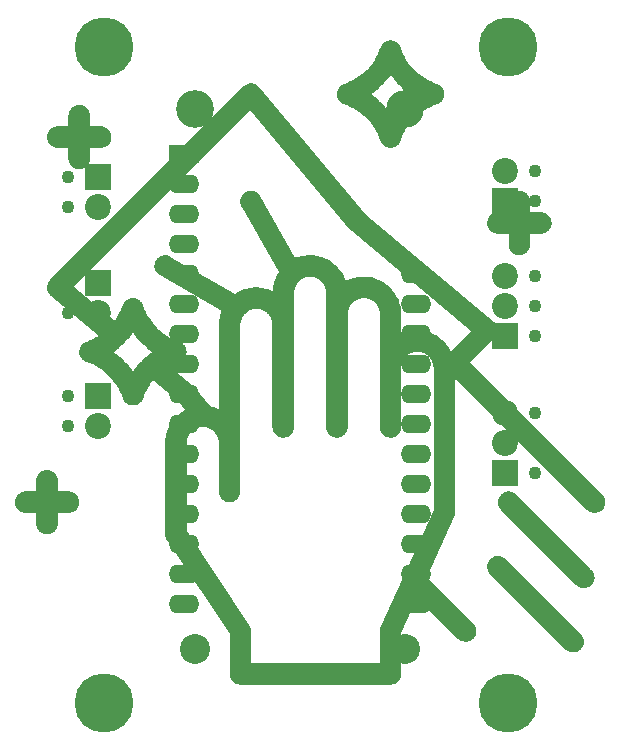
<source format=gbr>
%TF.GenerationSoftware,KiCad,Pcbnew,8.0.2*%
%TF.CreationDate,2024-05-18T00:20:58-06:00*%
%TF.ProjectId,VacuumATM_wCoinDispenser,56616375-756d-4415-944d-5f77436f696e,rev?*%
%TF.SameCoordinates,Original*%
%TF.FileFunction,Soldermask,Bot*%
%TF.FilePolarity,Negative*%
%FSLAX46Y46*%
G04 Gerber Fmt 4.6, Leading zero omitted, Abs format (unit mm)*
G04 Created by KiCad (PCBNEW 8.0.2) date 2024-05-18 00:20:58*
%MOMM*%
%LPD*%
G01*
G04 APERTURE LIST*
%ADD10C,0.000000*%
%ADD11C,1.100000*%
%ADD12R,2.200000X2.200000*%
%ADD13C,2.200000*%
%ADD14C,3.200000*%
%ADD15C,2.540000*%
%ADD16R,2.600000X1.600000*%
%ADD17O,2.600000X1.600000*%
%ADD18C,5.000000*%
G04 APERTURE END LIST*
D10*
G36*
X108749043Y-106547208D02*
G01*
X108807677Y-106552914D01*
X108865928Y-106562424D01*
X108923606Y-106575738D01*
X108980517Y-106592856D01*
X109036472Y-106613778D01*
X109091278Y-106638504D01*
X109144745Y-106667034D01*
X109196197Y-106699080D01*
X109245023Y-106734185D01*
X109291127Y-106772183D01*
X109334414Y-106812910D01*
X109374788Y-106856199D01*
X109412153Y-106901887D01*
X109446414Y-106949807D01*
X109477475Y-106999795D01*
X109505240Y-107051684D01*
X109529614Y-107105311D01*
X109550500Y-107160510D01*
X109567803Y-107217116D01*
X109581428Y-107274964D01*
X109591278Y-107333887D01*
X109597259Y-107393722D01*
X109599274Y-107454303D01*
X109599274Y-108363361D01*
X110508331Y-108363361D01*
X110538704Y-108363867D01*
X110568910Y-108365376D01*
X110598930Y-108367876D01*
X110628743Y-108371356D01*
X110658328Y-108375804D01*
X110687664Y-108381207D01*
X110716732Y-108387554D01*
X110745509Y-108394832D01*
X110773977Y-108403030D01*
X110802113Y-108412136D01*
X110829898Y-108422137D01*
X110857310Y-108433022D01*
X110884330Y-108444779D01*
X110910936Y-108457396D01*
X110937107Y-108470861D01*
X110962824Y-108485161D01*
X110988066Y-108500286D01*
X111012811Y-108516223D01*
X111037040Y-108532959D01*
X111060731Y-108550484D01*
X111083865Y-108568785D01*
X111106419Y-108587849D01*
X111128375Y-108607666D01*
X111149710Y-108628224D01*
X111170405Y-108649509D01*
X111190439Y-108671511D01*
X111209791Y-108694217D01*
X111228440Y-108717616D01*
X111246367Y-108741694D01*
X111263549Y-108766442D01*
X111279968Y-108791845D01*
X111295601Y-108817894D01*
X111324131Y-108871361D01*
X111348858Y-108926169D01*
X111369781Y-108982124D01*
X111386899Y-109039036D01*
X111400213Y-109096714D01*
X111409723Y-109154966D01*
X111415430Y-109213600D01*
X111417332Y-109272425D01*
X111415430Y-109331251D01*
X111409723Y-109389885D01*
X111400213Y-109448136D01*
X111386899Y-109505813D01*
X111369781Y-109562724D01*
X111348858Y-109618678D01*
X111324131Y-109673485D01*
X111295601Y-109726951D01*
X111263554Y-109778402D01*
X111228450Y-109827228D01*
X111190452Y-109873332D01*
X111149725Y-109916619D01*
X111106436Y-109956993D01*
X111060749Y-109994358D01*
X111012829Y-110028619D01*
X110962841Y-110059680D01*
X110910952Y-110087445D01*
X110857325Y-110111819D01*
X110802126Y-110132705D01*
X110745520Y-110150009D01*
X110687672Y-110163634D01*
X110628748Y-110173485D01*
X110568913Y-110179465D01*
X110508331Y-110181480D01*
X109599274Y-110181480D01*
X109599274Y-111090538D01*
X109598156Y-111135615D01*
X109594823Y-111180388D01*
X109589306Y-111224780D01*
X109581637Y-111268717D01*
X109571845Y-111312125D01*
X109559963Y-111354929D01*
X109546022Y-111397054D01*
X109530052Y-111438427D01*
X109512084Y-111478971D01*
X109492150Y-111518612D01*
X109470281Y-111557277D01*
X109446508Y-111594889D01*
X109420862Y-111631376D01*
X109393374Y-111666661D01*
X109364075Y-111700670D01*
X109332996Y-111733329D01*
X109300335Y-111764408D01*
X109266324Y-111793707D01*
X109231038Y-111821195D01*
X109194551Y-111846841D01*
X109156938Y-111870615D01*
X109118273Y-111892484D01*
X109078632Y-111912417D01*
X109038088Y-111930385D01*
X108996716Y-111946355D01*
X108954591Y-111960296D01*
X108911788Y-111972178D01*
X108868381Y-111981970D01*
X108824444Y-111989639D01*
X108780053Y-111995156D01*
X108735282Y-111998489D01*
X108690214Y-111999606D01*
X108645146Y-111998489D01*
X108600374Y-111995156D01*
X108555982Y-111989640D01*
X108512044Y-111981970D01*
X108468636Y-111972179D01*
X108425832Y-111960297D01*
X108383707Y-111946356D01*
X108342335Y-111930386D01*
X108301791Y-111912419D01*
X108262150Y-111892485D01*
X108223486Y-111870616D01*
X108185873Y-111846843D01*
X108149388Y-111821197D01*
X108114103Y-111793708D01*
X108080094Y-111764409D01*
X108047436Y-111733329D01*
X108016356Y-111700668D01*
X107987057Y-111666658D01*
X107959568Y-111631371D01*
X107933921Y-111594885D01*
X107910148Y-111557272D01*
X107888279Y-111518607D01*
X107868345Y-111478966D01*
X107850377Y-111438422D01*
X107834407Y-111397051D01*
X107820465Y-111354926D01*
X107808583Y-111312123D01*
X107798792Y-111268716D01*
X107791122Y-111224779D01*
X107785605Y-111180387D01*
X107782272Y-111135615D01*
X107781155Y-111090538D01*
X107781155Y-110181480D01*
X106872097Y-110181480D01*
X106841725Y-110180974D01*
X106811518Y-110179465D01*
X106781498Y-110176965D01*
X106751685Y-110173485D01*
X106722100Y-110169037D01*
X106692764Y-110163634D01*
X106663697Y-110157287D01*
X106634919Y-110150009D01*
X106606452Y-110141811D01*
X106578315Y-110132705D01*
X106550531Y-110122704D01*
X106523118Y-110111819D01*
X106496099Y-110100062D01*
X106469493Y-110087445D01*
X106443321Y-110073981D01*
X106417604Y-110059680D01*
X106392362Y-110044556D01*
X106367617Y-110028619D01*
X106343388Y-110011883D01*
X106319697Y-109994358D01*
X106296564Y-109976058D01*
X106274009Y-109956993D01*
X106252053Y-109937176D01*
X106230718Y-109916619D01*
X106210023Y-109895334D01*
X106189989Y-109873332D01*
X106170637Y-109850626D01*
X106151988Y-109827228D01*
X106134062Y-109803149D01*
X106116879Y-109778402D01*
X106100461Y-109752999D01*
X106084827Y-109726951D01*
X106056297Y-109673483D01*
X106031570Y-109618675D01*
X106010648Y-109562719D01*
X105993529Y-109505806D01*
X105980215Y-109448128D01*
X105970705Y-109389877D01*
X105964999Y-109331242D01*
X105963097Y-109272417D01*
X105964999Y-109213591D01*
X105970705Y-109154958D01*
X105980215Y-109096707D01*
X105993529Y-109039030D01*
X106010648Y-108982119D01*
X106031570Y-108926165D01*
X106056297Y-108871359D01*
X106084827Y-108817894D01*
X106116874Y-108766442D01*
X106151978Y-108717616D01*
X106189977Y-108671511D01*
X106230703Y-108628224D01*
X106273992Y-108587849D01*
X106319679Y-108550484D01*
X106367599Y-108516223D01*
X106417587Y-108485161D01*
X106469476Y-108457396D01*
X106523103Y-108433022D01*
X106578302Y-108412136D01*
X106634908Y-108394832D01*
X106692756Y-108381207D01*
X106751680Y-108371356D01*
X106811515Y-108365376D01*
X106872097Y-108363361D01*
X107781155Y-108363361D01*
X107781155Y-107454303D01*
X107781660Y-107423931D01*
X107783169Y-107393725D01*
X107785670Y-107363706D01*
X107789150Y-107333893D01*
X107793597Y-107304308D01*
X107799001Y-107274972D01*
X107805347Y-107245905D01*
X107812626Y-107217127D01*
X107820823Y-107188660D01*
X107829929Y-107160524D01*
X107839930Y-107132740D01*
X107850816Y-107105327D01*
X107862573Y-107078308D01*
X107875189Y-107051702D01*
X107888654Y-107025530D01*
X107902954Y-106999813D01*
X107918079Y-106974572D01*
X107934015Y-106949826D01*
X107950752Y-106925597D01*
X107968276Y-106901906D01*
X107986577Y-106878773D01*
X108005642Y-106856218D01*
X108025459Y-106834262D01*
X108046016Y-106812927D01*
X108067301Y-106792231D01*
X108089303Y-106772197D01*
X108112008Y-106752845D01*
X108135407Y-106734196D01*
X108159485Y-106716269D01*
X108184232Y-106699086D01*
X108209635Y-106682667D01*
X108235683Y-106667034D01*
X108289151Y-106638504D01*
X108343959Y-106613778D01*
X108399914Y-106592856D01*
X108456827Y-106575738D01*
X108514505Y-106562424D01*
X108572757Y-106552914D01*
X108631391Y-106547208D01*
X108690217Y-106545306D01*
X108749043Y-106547208D01*
G37*
G36*
X108690224Y-111999607D02*
G01*
X108690205Y-111999607D01*
X108690214Y-111999606D01*
X108690224Y-111999607D01*
G37*
G36*
X148733859Y-82910837D02*
G01*
X148778632Y-82914170D01*
X148823024Y-82919686D01*
X148866961Y-82927356D01*
X148910369Y-82937147D01*
X148953173Y-82949029D01*
X148995299Y-82962970D01*
X149036671Y-82978940D01*
X149077215Y-82996907D01*
X149116856Y-83016841D01*
X149155521Y-83038710D01*
X149193134Y-83062483D01*
X149229620Y-83088130D01*
X149264905Y-83115619D01*
X149298914Y-83144919D01*
X149331573Y-83175998D01*
X149362652Y-83208659D01*
X149391950Y-83242669D01*
X149419438Y-83277955D01*
X149445083Y-83314442D01*
X149468856Y-83352054D01*
X149490725Y-83390719D01*
X149510658Y-83430360D01*
X149528625Y-83470904D01*
X149544595Y-83512275D01*
X149558537Y-83554400D01*
X149570419Y-83597203D01*
X149580210Y-83640610D01*
X149587879Y-83684546D01*
X149593396Y-83728937D01*
X149596729Y-83773708D01*
X149597847Y-83818784D01*
X149597847Y-84727846D01*
X150506905Y-84727846D01*
X150537278Y-84728351D01*
X150567485Y-84729860D01*
X150597505Y-84732361D01*
X150627318Y-84735841D01*
X150656904Y-84740288D01*
X150686241Y-84745691D01*
X150715308Y-84752038D01*
X150744086Y-84759316D01*
X150772554Y-84767514D01*
X150800690Y-84776620D01*
X150828475Y-84786621D01*
X150855888Y-84797506D01*
X150882907Y-84809263D01*
X150909513Y-84821879D01*
X150935685Y-84835344D01*
X150961402Y-84849644D01*
X150986643Y-84864769D01*
X151011389Y-84880705D01*
X151035617Y-84897441D01*
X151059308Y-84914966D01*
X151082441Y-84933267D01*
X151104996Y-84952331D01*
X151126951Y-84972148D01*
X151148286Y-84992705D01*
X151168981Y-85013991D01*
X151189014Y-85035992D01*
X151208366Y-85058698D01*
X151227015Y-85082097D01*
X151244941Y-85106175D01*
X151262123Y-85130923D01*
X151278541Y-85156326D01*
X151294174Y-85182375D01*
X151322705Y-85235842D01*
X151347431Y-85290650D01*
X151368354Y-85346606D01*
X151385472Y-85403518D01*
X151398787Y-85461196D01*
X151408297Y-85519448D01*
X151414003Y-85578082D01*
X151415905Y-85636908D01*
X151414003Y-85695734D01*
X151408297Y-85754368D01*
X151398787Y-85812619D01*
X151385472Y-85870296D01*
X151368354Y-85927207D01*
X151347431Y-85983162D01*
X151322705Y-86037968D01*
X151294174Y-86091434D01*
X151262127Y-86142886D01*
X151227022Y-86191712D01*
X151189023Y-86237816D01*
X151148297Y-86281104D01*
X151105007Y-86321478D01*
X151059320Y-86358843D01*
X151011401Y-86393104D01*
X150961413Y-86424165D01*
X150909524Y-86451930D01*
X150855897Y-86476304D01*
X150800698Y-86497191D01*
X150744093Y-86514494D01*
X150686245Y-86528119D01*
X150627322Y-86537969D01*
X150567486Y-86543950D01*
X150506905Y-86545965D01*
X149597847Y-86545965D01*
X149597847Y-87455024D01*
X149597341Y-87485397D01*
X149595832Y-87515603D01*
X149593332Y-87545623D01*
X149589852Y-87575436D01*
X149585404Y-87605021D01*
X149580001Y-87634357D01*
X149573655Y-87663424D01*
X149566377Y-87692202D01*
X149558179Y-87720669D01*
X149549073Y-87748806D01*
X149539072Y-87776590D01*
X149528187Y-87804002D01*
X149516431Y-87831022D01*
X149503814Y-87857628D01*
X149490350Y-87883800D01*
X149476049Y-87909516D01*
X149460925Y-87934758D01*
X149444989Y-87959503D01*
X149428253Y-87983732D01*
X149410729Y-88007423D01*
X149392428Y-88030556D01*
X149373364Y-88053111D01*
X149353547Y-88075066D01*
X149332991Y-88096402D01*
X149311706Y-88117097D01*
X149289704Y-88137130D01*
X149266999Y-88156482D01*
X149243601Y-88175132D01*
X149219523Y-88193058D01*
X149194776Y-88210240D01*
X149169373Y-88226659D01*
X149143326Y-88242292D01*
X149089856Y-88270823D01*
X149035048Y-88295549D01*
X148979092Y-88316472D01*
X148922179Y-88333590D01*
X148864500Y-88346904D01*
X148806248Y-88356415D01*
X148747614Y-88362121D01*
X148688788Y-88364023D01*
X148629963Y-88362121D01*
X148571329Y-88356415D01*
X148513079Y-88346904D01*
X148455402Y-88333590D01*
X148398492Y-88316472D01*
X148342538Y-88295549D01*
X148287733Y-88270823D01*
X148234268Y-88242292D01*
X148182815Y-88210245D01*
X148133988Y-88175140D01*
X148087882Y-88137141D01*
X148044594Y-88096415D01*
X148004220Y-88053125D01*
X147966854Y-88007438D01*
X147932592Y-87959519D01*
X147901531Y-87909531D01*
X147873766Y-87857642D01*
X147849392Y-87804015D01*
X147828506Y-87748817D01*
X147811202Y-87692211D01*
X147797577Y-87634364D01*
X147787727Y-87575441D01*
X147781746Y-87515606D01*
X147779732Y-87455024D01*
X147779732Y-86545965D01*
X146870674Y-86545965D01*
X146840302Y-86545459D01*
X146810095Y-86543950D01*
X146780075Y-86541449D01*
X146750263Y-86537969D01*
X146720678Y-86533522D01*
X146691341Y-86528119D01*
X146662274Y-86521772D01*
X146633497Y-86514494D01*
X146605029Y-86506296D01*
X146576893Y-86497191D01*
X146549109Y-86487189D01*
X146521696Y-86476304D01*
X146494677Y-86464547D01*
X146468071Y-86451930D01*
X146441899Y-86438466D01*
X146416182Y-86424165D01*
X146390941Y-86409041D01*
X146366196Y-86393104D01*
X146341967Y-86376368D01*
X146318276Y-86358843D01*
X146295142Y-86340543D01*
X146272588Y-86321478D01*
X146250632Y-86301661D01*
X146229297Y-86281104D01*
X146208602Y-86259818D01*
X146188568Y-86237816D01*
X146169216Y-86215110D01*
X146150566Y-86191712D01*
X146132640Y-86167633D01*
X146115457Y-86142886D01*
X146099038Y-86117482D01*
X146083404Y-86091434D01*
X146054874Y-86037966D01*
X146030147Y-85983159D01*
X146009225Y-85927203D01*
X145992106Y-85870291D01*
X145978792Y-85812613D01*
X145969282Y-85754361D01*
X145963576Y-85695727D01*
X145961674Y-85636901D01*
X145963576Y-85578076D01*
X145969282Y-85519442D01*
X145978792Y-85461191D01*
X145992106Y-85403513D01*
X146009225Y-85346602D01*
X146030147Y-85290647D01*
X146054874Y-85235841D01*
X146083404Y-85182375D01*
X146115451Y-85130923D01*
X146150557Y-85082097D01*
X146188555Y-85035992D01*
X146229282Y-84992705D01*
X146272571Y-84952331D01*
X146318258Y-84914966D01*
X146366178Y-84880705D01*
X146416165Y-84849644D01*
X146468055Y-84821879D01*
X146521682Y-84797506D01*
X146576880Y-84776620D01*
X146633486Y-84759316D01*
X146691333Y-84745691D01*
X146750257Y-84735841D01*
X146810092Y-84729860D01*
X146870674Y-84727846D01*
X147779732Y-84727846D01*
X147779732Y-83818784D01*
X147780850Y-83773707D01*
X147784182Y-83728935D01*
X147789699Y-83684543D01*
X147797369Y-83640606D01*
X147807160Y-83597198D01*
X147819042Y-83554395D01*
X147832984Y-83512270D01*
X147848954Y-83470898D01*
X147866922Y-83430355D01*
X147886856Y-83390713D01*
X147908725Y-83352049D01*
X147932498Y-83314437D01*
X147958145Y-83277951D01*
X147985634Y-83242667D01*
X148014933Y-83208657D01*
X148046013Y-83175998D01*
X148078673Y-83144919D01*
X148112684Y-83115619D01*
X148147969Y-83088130D01*
X148184456Y-83062483D01*
X148222069Y-83038710D01*
X148260733Y-83016841D01*
X148300375Y-82996907D01*
X148340918Y-82978940D01*
X148382290Y-82962970D01*
X148424415Y-82949029D01*
X148467219Y-82937147D01*
X148510626Y-82927356D01*
X148554563Y-82919686D01*
X148598955Y-82914170D01*
X148643727Y-82910837D01*
X148688793Y-82909719D01*
X148733859Y-82910837D01*
G37*
G36*
X111462441Y-75638363D02*
G01*
X111507213Y-75641695D01*
X111551606Y-75647212D01*
X111595544Y-75654882D01*
X111638952Y-75664673D01*
X111681756Y-75676555D01*
X111723882Y-75690497D01*
X111765254Y-75706467D01*
X111805798Y-75724435D01*
X111845440Y-75744368D01*
X111884104Y-75766237D01*
X111921716Y-75790011D01*
X111958202Y-75815657D01*
X111993487Y-75843146D01*
X112027495Y-75872445D01*
X112060154Y-75903524D01*
X112091233Y-75936185D01*
X112120532Y-75970195D01*
X112148020Y-76005482D01*
X112173666Y-76041968D01*
X112197439Y-76079581D01*
X112219308Y-76118246D01*
X112239242Y-76157888D01*
X112257209Y-76198432D01*
X112273179Y-76239803D01*
X112287121Y-76281928D01*
X112299003Y-76324731D01*
X112308794Y-76368138D01*
X112316464Y-76412075D01*
X112321980Y-76456466D01*
X112325313Y-76501237D01*
X112326431Y-76546314D01*
X112326431Y-77455373D01*
X113235493Y-77455373D01*
X113265865Y-77455879D01*
X113296071Y-77457388D01*
X113326091Y-77459889D01*
X113355904Y-77463369D01*
X113385489Y-77467816D01*
X113414825Y-77473219D01*
X113443893Y-77479566D01*
X113472670Y-77486844D01*
X113501137Y-77495042D01*
X113529273Y-77504148D01*
X113557058Y-77514149D01*
X113584470Y-77525034D01*
X113611490Y-77536791D01*
X113638095Y-77549407D01*
X113664267Y-77562872D01*
X113689984Y-77577173D01*
X113715225Y-77592297D01*
X113739970Y-77608233D01*
X113764199Y-77624970D01*
X113787890Y-77642494D01*
X113811023Y-77660795D01*
X113833578Y-77679860D01*
X113855533Y-77699677D01*
X113876868Y-77720234D01*
X113897563Y-77741519D01*
X113917597Y-77763521D01*
X113936949Y-77786227D01*
X113955598Y-77809625D01*
X113973524Y-77833704D01*
X113990707Y-77858451D01*
X114007125Y-77883854D01*
X114022758Y-77909902D01*
X114051289Y-77963370D01*
X114076016Y-78018178D01*
X114096938Y-78074134D01*
X114114057Y-78131046D01*
X114127371Y-78188724D01*
X114136881Y-78246976D01*
X114142587Y-78305611D01*
X114144489Y-78364436D01*
X114142587Y-78423262D01*
X114136881Y-78481896D01*
X114127371Y-78540147D01*
X114114057Y-78597824D01*
X114096938Y-78654735D01*
X114076016Y-78710689D01*
X114051289Y-78765495D01*
X114022758Y-78818962D01*
X113990711Y-78870413D01*
X113955606Y-78919239D01*
X113917608Y-78965343D01*
X113876881Y-79008630D01*
X113833592Y-79049004D01*
X113787905Y-79086369D01*
X113739985Y-79120630D01*
X113689998Y-79151691D01*
X113638109Y-79179456D01*
X113584482Y-79203830D01*
X113529284Y-79224716D01*
X113472679Y-79242020D01*
X113414832Y-79255645D01*
X113355908Y-79265495D01*
X113296074Y-79271476D01*
X113235493Y-79273490D01*
X112326431Y-79273490D01*
X112326431Y-80182552D01*
X112325926Y-80212924D01*
X112324416Y-80243131D01*
X112321916Y-80273151D01*
X112318436Y-80302963D01*
X112313988Y-80332548D01*
X112308585Y-80361885D01*
X112302239Y-80390952D01*
X112294960Y-80419730D01*
X112286762Y-80448197D01*
X112277657Y-80476333D01*
X112267655Y-80504118D01*
X112256770Y-80531530D01*
X112245013Y-80558550D01*
X112232396Y-80585155D01*
X112218932Y-80611327D01*
X112204631Y-80637044D01*
X112189507Y-80662285D01*
X112173570Y-80687031D01*
X112156834Y-80711259D01*
X112139309Y-80734951D01*
X112121009Y-80758084D01*
X112101944Y-80780638D01*
X112082127Y-80802594D01*
X112061570Y-80823929D01*
X112040285Y-80844624D01*
X112018283Y-80864658D01*
X111995577Y-80884010D01*
X111972179Y-80902659D01*
X111948101Y-80920585D01*
X111923354Y-80937768D01*
X111897950Y-80954186D01*
X111871902Y-80969820D01*
X111818434Y-80998350D01*
X111763627Y-81023077D01*
X111707671Y-81043999D01*
X111650759Y-81061118D01*
X111593081Y-81074432D01*
X111534829Y-81083942D01*
X111476195Y-81089648D01*
X111417369Y-81091550D01*
X111358543Y-81089648D01*
X111299909Y-81083942D01*
X111241657Y-81074432D01*
X111183980Y-81061118D01*
X111127069Y-81043999D01*
X111071114Y-81023077D01*
X111016308Y-80998350D01*
X110962841Y-80969820D01*
X110911390Y-80937773D01*
X110862564Y-80902668D01*
X110816460Y-80864670D01*
X110773173Y-80823943D01*
X110732799Y-80780654D01*
X110695434Y-80734967D01*
X110661173Y-80687047D01*
X110630112Y-80637060D01*
X110602347Y-80585170D01*
X110577973Y-80531544D01*
X110557087Y-80476345D01*
X110539783Y-80419739D01*
X110526158Y-80361892D01*
X110516308Y-80302968D01*
X110510327Y-80243133D01*
X110508312Y-80182552D01*
X110508312Y-79273492D01*
X109599255Y-79273492D01*
X109568882Y-79272987D01*
X109538676Y-79271478D01*
X109508656Y-79268977D01*
X109478843Y-79265497D01*
X109449258Y-79261050D01*
X109419922Y-79255647D01*
X109390854Y-79249300D01*
X109362077Y-79242022D01*
X109333609Y-79233824D01*
X109305473Y-79224718D01*
X109277688Y-79214717D01*
X109250276Y-79203832D01*
X109223256Y-79192075D01*
X109196650Y-79179458D01*
X109170478Y-79165994D01*
X109144761Y-79151693D01*
X109119520Y-79136569D01*
X109094775Y-79120632D01*
X109070546Y-79103896D01*
X109046855Y-79086371D01*
X109023721Y-79068071D01*
X109001167Y-79049006D01*
X108979211Y-79029189D01*
X108957876Y-79008632D01*
X108937181Y-78987347D01*
X108917147Y-78965345D01*
X108897795Y-78942639D01*
X108879145Y-78919241D01*
X108861219Y-78895162D01*
X108844036Y-78870415D01*
X108827618Y-78845012D01*
X108811985Y-78818964D01*
X108783454Y-78765495D01*
X108758728Y-78710688D01*
X108737805Y-78654732D01*
X108720687Y-78597819D01*
X108707373Y-78540141D01*
X108697862Y-78481890D01*
X108692156Y-78423255D01*
X108690254Y-78364430D01*
X108692156Y-78305604D01*
X108697862Y-78246970D01*
X108707373Y-78188719D01*
X108720687Y-78131042D01*
X108737805Y-78074131D01*
X108758728Y-78018176D01*
X108783454Y-77963370D01*
X108811985Y-77909904D01*
X108844032Y-77858452D01*
X108879137Y-77809627D01*
X108917136Y-77763522D01*
X108957862Y-77720235D01*
X109001152Y-77679861D01*
X109046839Y-77642496D01*
X109094759Y-77608235D01*
X109144746Y-77577174D01*
X109196635Y-77549408D01*
X109250262Y-77525035D01*
X109305461Y-77504148D01*
X109362066Y-77486844D01*
X109419914Y-77473219D01*
X109478838Y-77463369D01*
X109538673Y-77457388D01*
X109599255Y-77455373D01*
X110508312Y-77455373D01*
X110508312Y-76546314D01*
X110509430Y-76501236D01*
X110512763Y-76456465D01*
X110518280Y-76412073D01*
X110525949Y-76368136D01*
X110535741Y-76324728D01*
X110547623Y-76281924D01*
X110561564Y-76239799D01*
X110577535Y-76198428D01*
X110595502Y-76157884D01*
X110615436Y-76118242D01*
X110637305Y-76079578D01*
X110661079Y-76041965D01*
X110686726Y-76005479D01*
X110714214Y-75970194D01*
X110743514Y-75936185D01*
X110774593Y-75903526D01*
X110807254Y-75872446D01*
X110841264Y-75843147D01*
X110876550Y-75815658D01*
X110913036Y-75790012D01*
X110950649Y-75766238D01*
X110989313Y-75744369D01*
X111028955Y-75724435D01*
X111069498Y-75706467D01*
X111110870Y-75690497D01*
X111152995Y-75676555D01*
X111195798Y-75664673D01*
X111239205Y-75654882D01*
X111283142Y-75647212D01*
X111327533Y-75641695D01*
X111372304Y-75638363D01*
X111417372Y-75637245D01*
X111462441Y-75638363D01*
G37*
G36*
X146931850Y-113817300D02*
G01*
X146990578Y-113823191D01*
X147048691Y-113832855D01*
X147106005Y-113846243D01*
X147162333Y-113863306D01*
X147217491Y-113883996D01*
X147271294Y-113908263D01*
X147323554Y-113936059D01*
X147374088Y-113967335D01*
X147422709Y-114002042D01*
X147469233Y-114040131D01*
X147513473Y-114081554D01*
X153876892Y-120444969D01*
X153907970Y-120477630D01*
X153937269Y-120511641D01*
X153964756Y-120546927D01*
X153990402Y-120583413D01*
X154014175Y-120621026D01*
X154036043Y-120659691D01*
X154055977Y-120699332D01*
X154073944Y-120739876D01*
X154089914Y-120781247D01*
X154103855Y-120823372D01*
X154115737Y-120866175D01*
X154125528Y-120909583D01*
X154133198Y-120953519D01*
X154138715Y-120997911D01*
X154142048Y-121042683D01*
X154143166Y-121087761D01*
X154142048Y-121132839D01*
X154138715Y-121177613D01*
X154133198Y-121222005D01*
X154125528Y-121265943D01*
X154115737Y-121309351D01*
X154103855Y-121352155D01*
X154089914Y-121394281D01*
X154073944Y-121435652D01*
X154055977Y-121476196D01*
X154036043Y-121515837D01*
X154014175Y-121554501D01*
X153990402Y-121592113D01*
X153964756Y-121628599D01*
X153937269Y-121663884D01*
X153907970Y-121697893D01*
X153876892Y-121730552D01*
X153844230Y-121761632D01*
X153810219Y-121790931D01*
X153774932Y-121818420D01*
X153738444Y-121844067D01*
X153700831Y-121867840D01*
X153662166Y-121889709D01*
X153622524Y-121909643D01*
X153581980Y-121927611D01*
X153540608Y-121943581D01*
X153498483Y-121957523D01*
X153455679Y-121969405D01*
X153412271Y-121979196D01*
X153368334Y-121986866D01*
X153323942Y-121992383D01*
X153279170Y-121995716D01*
X153234093Y-121996833D01*
X153234095Y-121996831D01*
X153234098Y-121996828D01*
X153234100Y-121996826D01*
X153234103Y-121996824D01*
X153234111Y-121996818D01*
X153234112Y-121996817D01*
X153234114Y-121996815D01*
X153234115Y-121996814D01*
X153234116Y-121996814D01*
X153234117Y-121996813D01*
X153234117Y-121996812D01*
X153234118Y-121996811D01*
X153234119Y-121996810D01*
X153234120Y-121996809D01*
X153234120Y-121996808D01*
X153234121Y-121996807D01*
X153234122Y-121996806D01*
X153234122Y-121996804D01*
X153234123Y-121996803D01*
X153189043Y-121995752D01*
X153144266Y-121992477D01*
X153099865Y-121987010D01*
X153055918Y-121979380D01*
X153012499Y-121969620D01*
X152969684Y-121957761D01*
X152927548Y-121943832D01*
X152886166Y-121927867D01*
X152845615Y-121909894D01*
X152805970Y-121889947D01*
X152767305Y-121868055D01*
X152729697Y-121844251D01*
X152693221Y-121818564D01*
X152657952Y-121791026D01*
X152623967Y-121761668D01*
X152591339Y-121730522D01*
X146227920Y-115367111D01*
X146186497Y-115322872D01*
X146148407Y-115276351D01*
X146113699Y-115227731D01*
X146082422Y-115177200D01*
X146054625Y-115124942D01*
X146030357Y-115071142D01*
X146009667Y-115015986D01*
X145992603Y-114959660D01*
X145979215Y-114902347D01*
X145969551Y-114844235D01*
X145963659Y-114785507D01*
X145961590Y-114726350D01*
X145963391Y-114666948D01*
X145969112Y-114607488D01*
X145978801Y-114548154D01*
X145992508Y-114489132D01*
X146010144Y-114431117D01*
X146031417Y-114374849D01*
X146056192Y-114320463D01*
X146084333Y-114268094D01*
X146115706Y-114217876D01*
X146150176Y-114169946D01*
X146187607Y-114124437D01*
X146227865Y-114081486D01*
X146270815Y-114041227D01*
X146316321Y-114003795D01*
X146364250Y-113969326D01*
X146414464Y-113937954D01*
X146466831Y-113909815D01*
X146521214Y-113885044D01*
X146577479Y-113863776D01*
X146635490Y-113846145D01*
X146694507Y-113832440D01*
X146753837Y-113822752D01*
X146813294Y-113817031D01*
X146872694Y-113815230D01*
X146931850Y-113817300D01*
G37*
G36*
X147840520Y-108365285D02*
G01*
X147899246Y-108371176D01*
X147957359Y-108380840D01*
X148014672Y-108394229D01*
X148071001Y-108411292D01*
X148126159Y-108431982D01*
X148179961Y-108456249D01*
X148232223Y-108484045D01*
X148282758Y-108515322D01*
X148331381Y-108550029D01*
X148377907Y-108588119D01*
X148422150Y-108629543D01*
X154785553Y-114992958D01*
X154826977Y-115037196D01*
X154865067Y-115083717D01*
X154899775Y-115132336D01*
X154931051Y-115182867D01*
X154958848Y-115235126D01*
X154983116Y-115288926D01*
X155003806Y-115344082D01*
X155020870Y-115400409D01*
X155034259Y-115457722D01*
X155043923Y-115515835D01*
X155049814Y-115574564D01*
X155051883Y-115633721D01*
X155050082Y-115693123D01*
X155044361Y-115752584D01*
X155034672Y-115811918D01*
X155020965Y-115870941D01*
X155003331Y-115928955D01*
X154982059Y-115985223D01*
X154957285Y-116039609D01*
X154929145Y-116091979D01*
X154897772Y-116142196D01*
X154863303Y-116190127D01*
X154825872Y-116235635D01*
X154785614Y-116278586D01*
X154742664Y-116318846D01*
X154697157Y-116356277D01*
X154649229Y-116390746D01*
X154599013Y-116422118D01*
X154546646Y-116450257D01*
X154492262Y-116475028D01*
X154435996Y-116496297D01*
X154377983Y-116513927D01*
X154318967Y-116527632D01*
X154259637Y-116537320D01*
X154200181Y-116543040D01*
X154140782Y-116544841D01*
X154081626Y-116542771D01*
X154022900Y-116536880D01*
X153964787Y-116527215D01*
X153907474Y-116513827D01*
X153851146Y-116496763D01*
X153795989Y-116476073D01*
X153742187Y-116451805D01*
X153689926Y-116424009D01*
X153639391Y-116392732D01*
X153590768Y-116358024D01*
X153544243Y-116319934D01*
X153500000Y-116278511D01*
X147136589Y-109915100D01*
X147095165Y-109870862D01*
X147057075Y-109824340D01*
X147022367Y-109775721D01*
X146991090Y-109725190D01*
X146963294Y-109672932D01*
X146939026Y-109619132D01*
X146918336Y-109563975D01*
X146901272Y-109507648D01*
X146887883Y-109450335D01*
X146878219Y-109392222D01*
X146872328Y-109333494D01*
X146870258Y-109274336D01*
X146872060Y-109214934D01*
X146877781Y-109155473D01*
X146887470Y-109096139D01*
X146901176Y-109037117D01*
X146918812Y-108979102D01*
X146940085Y-108922834D01*
X146964859Y-108868448D01*
X146993000Y-108816079D01*
X147024373Y-108765861D01*
X147058843Y-108717931D01*
X147096274Y-108672422D01*
X147136532Y-108629471D01*
X147179482Y-108589212D01*
X147224988Y-108551780D01*
X147272917Y-108517311D01*
X147323133Y-108485939D01*
X147375501Y-108457800D01*
X147429885Y-108433029D01*
X147486152Y-108411761D01*
X147544166Y-108394130D01*
X147603182Y-108380425D01*
X147662510Y-108370737D01*
X147721966Y-108365017D01*
X147781364Y-108363216D01*
X147840520Y-108365285D01*
G37*
G36*
X137826815Y-70184226D02*
G01*
X137873682Y-70187868D01*
X137920356Y-70193938D01*
X137966741Y-70202436D01*
X138012739Y-70213362D01*
X138058255Y-70226716D01*
X138103192Y-70242498D01*
X138147453Y-70260707D01*
X138190695Y-70281189D01*
X138232598Y-70303804D01*
X138273096Y-70328482D01*
X138312125Y-70355152D01*
X138349619Y-70383741D01*
X138385513Y-70414178D01*
X138419743Y-70446391D01*
X138452242Y-70480310D01*
X138482945Y-70515862D01*
X138511788Y-70552975D01*
X138538705Y-70591579D01*
X138563631Y-70631601D01*
X138586501Y-70672971D01*
X138607249Y-70715616D01*
X138625811Y-70759465D01*
X138642120Y-70804447D01*
X138740576Y-71071355D01*
X138853725Y-71330497D01*
X138981075Y-71581378D01*
X139122128Y-71823502D01*
X139276392Y-72056373D01*
X139443370Y-72279498D01*
X139622568Y-72492380D01*
X139813492Y-72694525D01*
X140015645Y-72885437D01*
X140228534Y-73064622D01*
X140451664Y-73231584D01*
X140684539Y-73385828D01*
X140926665Y-73526858D01*
X141177546Y-73654181D01*
X141436689Y-73767300D01*
X141703598Y-73865720D01*
X141748616Y-73882029D01*
X141792498Y-73900591D01*
X141835172Y-73921339D01*
X141876566Y-73944208D01*
X141916611Y-73969135D01*
X141955236Y-73996052D01*
X141992368Y-74024895D01*
X142027938Y-74055600D01*
X142061874Y-74088099D01*
X142094105Y-74122329D01*
X142124561Y-74158224D01*
X142153169Y-74195719D01*
X142179861Y-74234749D01*
X142204563Y-74275248D01*
X142227206Y-74317151D01*
X142247719Y-74360393D01*
X142265930Y-74404687D01*
X142281712Y-74449653D01*
X142295067Y-74495195D01*
X142305993Y-74541218D01*
X142314492Y-74587624D01*
X142320562Y-74634318D01*
X142324204Y-74681205D01*
X142325418Y-74728187D01*
X142324204Y-74775170D01*
X142320562Y-74822056D01*
X142314492Y-74868750D01*
X142305993Y-74915157D01*
X142295067Y-74961179D01*
X142281712Y-75006721D01*
X142265930Y-75051687D01*
X142247719Y-75095981D01*
X142227202Y-75139223D01*
X142204556Y-75181125D01*
X142179850Y-75221623D01*
X142153157Y-75260652D01*
X142124546Y-75298146D01*
X142094089Y-75334041D01*
X142061857Y-75368270D01*
X142027921Y-75400770D01*
X141992351Y-75431474D01*
X141955220Y-75460317D01*
X141916597Y-75487235D01*
X141876554Y-75512161D01*
X141835161Y-75535032D01*
X141792490Y-75555781D01*
X141748612Y-75574343D01*
X141703598Y-75590654D01*
X141436689Y-75689074D01*
X141177546Y-75802194D01*
X140926665Y-75929516D01*
X140684539Y-76070547D01*
X140451664Y-76224791D01*
X140228534Y-76391753D01*
X140015645Y-76570937D01*
X139813492Y-76761850D01*
X139622568Y-76963995D01*
X139443370Y-77176877D01*
X139276392Y-77400002D01*
X139122128Y-77632873D01*
X138981075Y-77874997D01*
X138853725Y-78125877D01*
X138740576Y-78385019D01*
X138642120Y-78651928D01*
X138625812Y-78696911D01*
X138607251Y-78740761D01*
X138586504Y-78783408D01*
X138563634Y-78824778D01*
X138538709Y-78864801D01*
X138511792Y-78903406D01*
X138482949Y-78940520D01*
X138452245Y-78976071D01*
X138419745Y-79009990D01*
X138385516Y-79042203D01*
X138349621Y-79072639D01*
X138312126Y-79101227D01*
X138273097Y-79127895D01*
X138232598Y-79152572D01*
X138190695Y-79175186D01*
X138147453Y-79195665D01*
X138103193Y-79213875D01*
X138058258Y-79229657D01*
X138012742Y-79243011D01*
X137966744Y-79253938D01*
X137920360Y-79262436D01*
X137873685Y-79268506D01*
X137826818Y-79272148D01*
X137779854Y-79273362D01*
X137732890Y-79272148D01*
X137686022Y-79268506D01*
X137639348Y-79262436D01*
X137592963Y-79253938D01*
X137546965Y-79243011D01*
X137501450Y-79229657D01*
X137456514Y-79213875D01*
X137412254Y-79195665D01*
X137369011Y-79175184D01*
X137327108Y-79152569D01*
X137286609Y-79127891D01*
X137247579Y-79101222D01*
X137210085Y-79072633D01*
X137174190Y-79042196D01*
X137139961Y-79009983D01*
X137107462Y-78976064D01*
X137076758Y-78940513D01*
X137047915Y-78903399D01*
X137020998Y-78864795D01*
X136996072Y-78824773D01*
X136973202Y-78783403D01*
X136952453Y-78740758D01*
X136933890Y-78696909D01*
X136917580Y-78651928D01*
X136819124Y-78385019D01*
X136705975Y-78125877D01*
X136578626Y-77874997D01*
X136437573Y-77632873D01*
X136283310Y-77400002D01*
X136116332Y-77176877D01*
X135937135Y-76963995D01*
X135746212Y-76761850D01*
X135544059Y-76570937D01*
X135331171Y-76391753D01*
X135108042Y-76224791D01*
X134875168Y-76070547D01*
X134633042Y-75929516D01*
X134382161Y-75802194D01*
X134123018Y-75689074D01*
X133856110Y-75590654D01*
X133811090Y-75574345D01*
X133767207Y-75555784D01*
X133724533Y-75535036D01*
X133683138Y-75512166D01*
X133643092Y-75487240D01*
X133604468Y-75460322D01*
X133567336Y-75431479D01*
X133531766Y-75400775D01*
X133497830Y-75368275D01*
X133465599Y-75334045D01*
X133435143Y-75298150D01*
X133406534Y-75260655D01*
X133379842Y-75221625D01*
X133355139Y-75181127D01*
X133332495Y-75139223D01*
X133311981Y-75095981D01*
X133293772Y-75051687D01*
X133277990Y-75006721D01*
X133264636Y-74961179D01*
X133253711Y-74915157D01*
X133245213Y-74868750D01*
X133239143Y-74822056D01*
X133235501Y-74775170D01*
X133234287Y-74728187D01*
X133234290Y-74728090D01*
X136139961Y-74728090D01*
X136258510Y-74813283D01*
X136375088Y-74900954D01*
X136489658Y-74991066D01*
X136602185Y-75083583D01*
X136712631Y-75178468D01*
X136820961Y-75275686D01*
X136927138Y-75375200D01*
X137031126Y-75476974D01*
X137132888Y-75580971D01*
X137232388Y-75687157D01*
X137329589Y-75795493D01*
X137424456Y-75905945D01*
X137516951Y-76018476D01*
X137607039Y-76133049D01*
X137694683Y-76249629D01*
X137779846Y-76368179D01*
X137865006Y-76249629D01*
X137952647Y-76133050D01*
X138042733Y-76018477D01*
X138135228Y-75905948D01*
X138230095Y-75795497D01*
X138327297Y-75687162D01*
X138426798Y-75580977D01*
X138528562Y-75476981D01*
X138632553Y-75375208D01*
X138738732Y-75275694D01*
X138847065Y-75178476D01*
X138957514Y-75083591D01*
X139070043Y-74991073D01*
X139184616Y-74900960D01*
X139301196Y-74813287D01*
X139419746Y-74728090D01*
X139301196Y-74642897D01*
X139184617Y-74555226D01*
X139070046Y-74465115D01*
X138957518Y-74372598D01*
X138847071Y-74277713D01*
X138738740Y-74180495D01*
X138632562Y-74080981D01*
X138528574Y-73979207D01*
X138426811Y-73875209D01*
X138327310Y-73769024D01*
X138230108Y-73660688D01*
X138135241Y-73550236D01*
X138042744Y-73437705D01*
X137952656Y-73323132D01*
X137865011Y-73206553D01*
X137779846Y-73088003D01*
X137694688Y-73206552D01*
X137607048Y-73323131D01*
X137516963Y-73437704D01*
X137424469Y-73550233D01*
X137329603Y-73660684D01*
X137232401Y-73769019D01*
X137132901Y-73875203D01*
X137031137Y-73979200D01*
X136927148Y-74080973D01*
X136820969Y-74180487D01*
X136712637Y-74277704D01*
X136602189Y-74372590D01*
X136489661Y-74465107D01*
X136375089Y-74555221D01*
X136258510Y-74642894D01*
X136139961Y-74728090D01*
X133234290Y-74728090D01*
X133235501Y-74681205D01*
X133239143Y-74634318D01*
X133245213Y-74587624D01*
X133253711Y-74541218D01*
X133264636Y-74495195D01*
X133277990Y-74449653D01*
X133293772Y-74404687D01*
X133311981Y-74360393D01*
X133332499Y-74317152D01*
X133355146Y-74275249D01*
X133379853Y-74234751D01*
X133406547Y-74195722D01*
X133435158Y-74158228D01*
X133465615Y-74122333D01*
X133497847Y-74088104D01*
X133531783Y-74055605D01*
X133567352Y-74024901D01*
X133604484Y-73996057D01*
X133643107Y-73969140D01*
X133683151Y-73944213D01*
X133724543Y-73921343D01*
X133767215Y-73900593D01*
X133811094Y-73882031D01*
X133856110Y-73865720D01*
X134123018Y-73767300D01*
X134382161Y-73654181D01*
X134633042Y-73526858D01*
X134875168Y-73385828D01*
X135108042Y-73231584D01*
X135331171Y-73064622D01*
X135544059Y-72885437D01*
X135746212Y-72694525D01*
X135937135Y-72492380D01*
X136116332Y-72279498D01*
X136283310Y-72056373D01*
X136437573Y-71823502D01*
X136578626Y-71581378D01*
X136705975Y-71330497D01*
X136819124Y-71071355D01*
X136917580Y-70804447D01*
X136933888Y-70759464D01*
X136952449Y-70715613D01*
X136973196Y-70672967D01*
X136996066Y-70631596D01*
X137020991Y-70591573D01*
X137047909Y-70552968D01*
X137076752Y-70515855D01*
X137107456Y-70480303D01*
X137139956Y-70446384D01*
X137174186Y-70414171D01*
X137210082Y-70383735D01*
X137247577Y-70355146D01*
X137286607Y-70328478D01*
X137327107Y-70303801D01*
X137369011Y-70281187D01*
X137412254Y-70260707D01*
X137456514Y-70242498D01*
X137501450Y-70226716D01*
X137546964Y-70213362D01*
X137592962Y-70202436D01*
X137639346Y-70193938D01*
X137686020Y-70187868D01*
X137732887Y-70184226D01*
X137779851Y-70183012D01*
X137826815Y-70184226D01*
G37*
G36*
X126005630Y-73820064D02*
G01*
X126053254Y-73823475D01*
X126100402Y-73829346D01*
X126146989Y-73837636D01*
X126192930Y-73848301D01*
X126238139Y-73861298D01*
X126282532Y-73876586D01*
X126326024Y-73894120D01*
X126368528Y-73913859D01*
X126409960Y-73935759D01*
X126450235Y-73959779D01*
X126489268Y-73985875D01*
X126526973Y-74014004D01*
X126563265Y-74044124D01*
X126598060Y-74076192D01*
X126631272Y-74110165D01*
X126662815Y-74146001D01*
X135700561Y-84991199D01*
X146545753Y-94029422D01*
X146581622Y-94060966D01*
X146615619Y-94094177D01*
X146647704Y-94128971D01*
X146677834Y-94165263D01*
X146705967Y-94202965D01*
X146732062Y-94241994D01*
X146756077Y-94282264D01*
X146777969Y-94323689D01*
X146797698Y-94366184D01*
X146815221Y-94409663D01*
X146830495Y-94454041D01*
X146843481Y-94499232D01*
X146854135Y-94545151D01*
X146862415Y-94591712D01*
X146868280Y-94638830D01*
X146871689Y-94686420D01*
X146872597Y-94734153D01*
X146871015Y-94781638D01*
X146866976Y-94828784D01*
X146860514Y-94875503D01*
X146851665Y-94921706D01*
X146840462Y-94967302D01*
X146826939Y-95012203D01*
X146811132Y-95056319D01*
X146793075Y-95099561D01*
X146772802Y-95141840D01*
X146750347Y-95183066D01*
X146725744Y-95223150D01*
X146699029Y-95262002D01*
X146670236Y-95299534D01*
X146639399Y-95335655D01*
X146606552Y-95370277D01*
X144522156Y-97454662D01*
X155697044Y-108629543D01*
X155696907Y-108629675D01*
X155696838Y-108629742D01*
X155696770Y-108629810D01*
X155738193Y-108674048D01*
X155776283Y-108720569D01*
X155810991Y-108769187D01*
X155842267Y-108819718D01*
X155870063Y-108871975D01*
X155894331Y-108925775D01*
X155915021Y-108980930D01*
X155932084Y-109037257D01*
X155945472Y-109094569D01*
X155955136Y-109152682D01*
X155961027Y-109211410D01*
X155963097Y-109270567D01*
X155961296Y-109329969D01*
X155955576Y-109389430D01*
X155945887Y-109448766D01*
X155932182Y-109507789D01*
X155914546Y-109565804D01*
X155893273Y-109622071D01*
X155868499Y-109676458D01*
X155840357Y-109728827D01*
X155808984Y-109779045D01*
X155774514Y-109826975D01*
X155737083Y-109872484D01*
X155696825Y-109915435D01*
X155653875Y-109955694D01*
X155608369Y-109993126D01*
X155560440Y-110027595D01*
X155510226Y-110058967D01*
X155457859Y-110087106D01*
X155403476Y-110111877D01*
X155347211Y-110133145D01*
X155289200Y-110150775D01*
X155230183Y-110164481D01*
X155170854Y-110174169D01*
X155111397Y-110179889D01*
X155051997Y-110181690D01*
X154992842Y-110179621D01*
X154934115Y-110173729D01*
X154876002Y-110164065D01*
X154818688Y-110150677D01*
X154762360Y-110133614D01*
X154707202Y-110112924D01*
X154653400Y-110088657D01*
X154601139Y-110060860D01*
X154550605Y-110029584D01*
X154501983Y-109994876D01*
X154455458Y-109956786D01*
X154411217Y-109915363D01*
X143236336Y-98740486D01*
X143236336Y-110181533D01*
X143236010Y-110205841D01*
X143235035Y-110230104D01*
X143233414Y-110254309D01*
X143231149Y-110278445D01*
X143228245Y-110302497D01*
X143224703Y-110326452D01*
X143220526Y-110350299D01*
X143215719Y-110374023D01*
X143210284Y-110397611D01*
X143204223Y-110421051D01*
X143197540Y-110444330D01*
X143190238Y-110467434D01*
X143182320Y-110490350D01*
X143173789Y-110513067D01*
X143164648Y-110535569D01*
X143154900Y-110557846D01*
X140858787Y-115608825D01*
X144788193Y-119538234D01*
X144829618Y-119582472D01*
X144867709Y-119628993D01*
X144902418Y-119677612D01*
X144933696Y-119728143D01*
X144961493Y-119780401D01*
X144985762Y-119834201D01*
X145006452Y-119889357D01*
X145023517Y-119945685D01*
X145036905Y-120002997D01*
X145046570Y-120061110D01*
X145052461Y-120119839D01*
X145054531Y-120178996D01*
X145052729Y-120238398D01*
X145047009Y-120297860D01*
X145037319Y-120357194D01*
X145023613Y-120416217D01*
X145005977Y-120474232D01*
X144984704Y-120530499D01*
X144959929Y-120584885D01*
X144931788Y-120637255D01*
X144900415Y-120687472D01*
X144865945Y-120735402D01*
X144828513Y-120780911D01*
X144788255Y-120823862D01*
X144745304Y-120864121D01*
X144699797Y-120901552D01*
X144651869Y-120936021D01*
X144601653Y-120967393D01*
X144549286Y-120995532D01*
X144494902Y-121020304D01*
X144438636Y-121041573D01*
X144380623Y-121059204D01*
X144321606Y-121072909D01*
X144262277Y-121082597D01*
X144202820Y-121088317D01*
X144143422Y-121090118D01*
X144084266Y-121088049D01*
X144025540Y-121082157D01*
X143967428Y-121072493D01*
X143910115Y-121059105D01*
X143853788Y-121042041D01*
X143798630Y-121021351D01*
X143744829Y-120997084D01*
X143692569Y-120969287D01*
X143642035Y-120938010D01*
X143593413Y-120903302D01*
X143546889Y-120865212D01*
X143502647Y-120823787D01*
X140055397Y-117376541D01*
X138691032Y-120377739D01*
X138691032Y-123817192D01*
X138689915Y-123862269D01*
X138686582Y-123907042D01*
X138681065Y-123951434D01*
X138673396Y-123995371D01*
X138663605Y-124038779D01*
X138651724Y-124081583D01*
X138637783Y-124123708D01*
X138621813Y-124165080D01*
X138603845Y-124205623D01*
X138583912Y-124245265D01*
X138562042Y-124283928D01*
X138538269Y-124321540D01*
X138512622Y-124358026D01*
X138485132Y-124393310D01*
X138455832Y-124427318D01*
X138424751Y-124459976D01*
X138392091Y-124491055D01*
X138358080Y-124520355D01*
X138322795Y-124547844D01*
X138286308Y-124573490D01*
X138248696Y-124597264D01*
X138210031Y-124619133D01*
X138170390Y-124639067D01*
X138129846Y-124657034D01*
X138088475Y-124673005D01*
X138046351Y-124686946D01*
X138003548Y-124698828D01*
X137960141Y-124708620D01*
X137916205Y-124716289D01*
X137871814Y-124721806D01*
X137827043Y-124725139D01*
X137781967Y-124726257D01*
X125055134Y-124726257D01*
X125010056Y-124725139D01*
X124965284Y-124721806D01*
X124920892Y-124716289D01*
X124876955Y-124708620D01*
X124833548Y-124698828D01*
X124790745Y-124686946D01*
X124748620Y-124673005D01*
X124707249Y-124657034D01*
X124666705Y-124639067D01*
X124627064Y-124619133D01*
X124588400Y-124597264D01*
X124550788Y-124573490D01*
X124514303Y-124547844D01*
X124479018Y-124520355D01*
X124445009Y-124491055D01*
X124412350Y-124459976D01*
X124381269Y-124427315D01*
X124351969Y-124393305D01*
X124324480Y-124358019D01*
X124298833Y-124321532D01*
X124275059Y-124283919D01*
X124253190Y-124245254D01*
X124233255Y-124205612D01*
X124215288Y-124165068D01*
X124199317Y-124123697D01*
X124185375Y-124081572D01*
X124173493Y-124038769D01*
X124163702Y-123995362D01*
X124156032Y-123951427D01*
X124150515Y-123907037D01*
X124147183Y-123862267D01*
X124146065Y-123817192D01*
X124146065Y-120456142D01*
X118844437Y-112503936D01*
X118826337Y-112475623D01*
X118809331Y-112446733D01*
X118793429Y-112417298D01*
X118778640Y-112387351D01*
X118764976Y-112356922D01*
X118752446Y-112326045D01*
X118741060Y-112294751D01*
X118730829Y-112263072D01*
X118721764Y-112231039D01*
X118713873Y-112198686D01*
X118707169Y-112166043D01*
X118701660Y-112133143D01*
X118697358Y-112100018D01*
X118694272Y-112066700D01*
X118692413Y-112033220D01*
X118691791Y-111999611D01*
X118691791Y-111724792D01*
X120510052Y-111724792D01*
X125811684Y-119676998D01*
X125829782Y-119705311D01*
X125846788Y-119734201D01*
X125862690Y-119763635D01*
X125877479Y-119793582D01*
X125891144Y-119824010D01*
X125903674Y-119854887D01*
X125915060Y-119886180D01*
X125925291Y-119917859D01*
X125934358Y-119949890D01*
X125942248Y-119982243D01*
X125948953Y-120014885D01*
X125954462Y-120047784D01*
X125958765Y-120080909D01*
X125961851Y-120114227D01*
X125963710Y-120147707D01*
X125964333Y-120181316D01*
X125964333Y-122908493D01*
X136873032Y-122908493D01*
X136873032Y-120181316D01*
X136873357Y-120157009D01*
X136874332Y-120132747D01*
X136875954Y-120108541D01*
X136878219Y-120084406D01*
X136881124Y-120060354D01*
X136884667Y-120036399D01*
X136888844Y-120012552D01*
X136893652Y-119988828D01*
X136899088Y-119965240D01*
X136905149Y-119941799D01*
X136911833Y-119918520D01*
X136919136Y-119895416D01*
X136927054Y-119872499D01*
X136935586Y-119849783D01*
X136944727Y-119827280D01*
X136954475Y-119805004D01*
X141418320Y-109984737D01*
X141418167Y-97909759D01*
X141417409Y-97864210D01*
X141415146Y-97818909D01*
X141411397Y-97773885D01*
X141406179Y-97729171D01*
X141399510Y-97684797D01*
X141391409Y-97640794D01*
X141381892Y-97597195D01*
X141370979Y-97554028D01*
X141358686Y-97511326D01*
X141345031Y-97469121D01*
X141330033Y-97427442D01*
X141313710Y-97386321D01*
X141296079Y-97345789D01*
X141277157Y-97305877D01*
X141256964Y-97266616D01*
X141235517Y-97228038D01*
X141212834Y-97190173D01*
X141188933Y-97153053D01*
X141163831Y-97116708D01*
X141137546Y-97081170D01*
X141110097Y-97046469D01*
X141081501Y-97012638D01*
X141051776Y-96979706D01*
X141020940Y-96947706D01*
X140989012Y-96916668D01*
X140956007Y-96886622D01*
X140921946Y-96857602D01*
X140886845Y-96829636D01*
X140850722Y-96802757D01*
X140813596Y-96776996D01*
X140775484Y-96752383D01*
X140736404Y-96728950D01*
X140656191Y-96686105D01*
X140573973Y-96648973D01*
X140490037Y-96617553D01*
X140404670Y-96591846D01*
X140318158Y-96571852D01*
X140230786Y-96557570D01*
X140142842Y-96549001D01*
X140054611Y-96546145D01*
X139966381Y-96549001D01*
X139878436Y-96557570D01*
X139791065Y-96571852D01*
X139704552Y-96591846D01*
X139619185Y-96617553D01*
X139535249Y-96648973D01*
X139453031Y-96686105D01*
X139372818Y-96728950D01*
X139295628Y-96776993D01*
X139222381Y-96829630D01*
X139153219Y-96886613D01*
X139088286Y-96947693D01*
X139027724Y-97012621D01*
X138971678Y-97081150D01*
X138920290Y-97153030D01*
X138873703Y-97228014D01*
X138832061Y-97305851D01*
X138795506Y-97386295D01*
X138764182Y-97469096D01*
X138738233Y-97554005D01*
X138717801Y-97640775D01*
X138703029Y-97729156D01*
X138694061Y-97818900D01*
X138691040Y-97909759D01*
X138691040Y-102909339D01*
X138690534Y-102939712D01*
X138689025Y-102969918D01*
X138686525Y-102999938D01*
X138683045Y-103029751D01*
X138678597Y-103059335D01*
X138673194Y-103088672D01*
X138666848Y-103117739D01*
X138659570Y-103146516D01*
X138651372Y-103174984D01*
X138642266Y-103203120D01*
X138632265Y-103230904D01*
X138621380Y-103258316D01*
X138609624Y-103285336D01*
X138597007Y-103311941D01*
X138583543Y-103338113D01*
X138569242Y-103363830D01*
X138554118Y-103389071D01*
X138538182Y-103413816D01*
X138521446Y-103438045D01*
X138503922Y-103461736D01*
X138485621Y-103484869D01*
X138466557Y-103507424D01*
X138446740Y-103529380D01*
X138426184Y-103550715D01*
X138404899Y-103571410D01*
X138382897Y-103591444D01*
X138360192Y-103610797D01*
X138336794Y-103629446D01*
X138312716Y-103647373D01*
X138287969Y-103664556D01*
X138262566Y-103680975D01*
X138236519Y-103696609D01*
X138183049Y-103725140D01*
X138128241Y-103749866D01*
X138072284Y-103770789D01*
X138015370Y-103787907D01*
X137957692Y-103801222D01*
X137899439Y-103810732D01*
X137840804Y-103816438D01*
X137781978Y-103818340D01*
X137723152Y-103816438D01*
X137664517Y-103810732D01*
X137606266Y-103801222D01*
X137548589Y-103787907D01*
X137491678Y-103770789D01*
X137435724Y-103749866D01*
X137380919Y-103725140D01*
X137327454Y-103696609D01*
X137276002Y-103664562D01*
X137227176Y-103629457D01*
X137181071Y-103591458D01*
X137137784Y-103550732D01*
X137097410Y-103507442D01*
X137060045Y-103461755D01*
X137025784Y-103413836D01*
X136994723Y-103363848D01*
X136966958Y-103311959D01*
X136942585Y-103258332D01*
X136921699Y-103203133D01*
X136904395Y-103146528D01*
X136890770Y-103088680D01*
X136880920Y-103029756D01*
X136874939Y-102969921D01*
X136872925Y-102909339D01*
X136872925Y-93363975D01*
X136872167Y-93318426D01*
X136869904Y-93273125D01*
X136866155Y-93228101D01*
X136860937Y-93183387D01*
X136854268Y-93139013D01*
X136846167Y-93095011D01*
X136836650Y-93051411D01*
X136825736Y-93008245D01*
X136813443Y-92965544D01*
X136799789Y-92923338D01*
X136784791Y-92881660D01*
X136768467Y-92840539D01*
X136750836Y-92800007D01*
X136731915Y-92760096D01*
X136711721Y-92720835D01*
X136690274Y-92682257D01*
X136667591Y-92644393D01*
X136643689Y-92607273D01*
X136618587Y-92570928D01*
X136592302Y-92535390D01*
X136564853Y-92500690D01*
X136536256Y-92466859D01*
X136506531Y-92433927D01*
X136475695Y-92401927D01*
X136443766Y-92370889D01*
X136410761Y-92340843D01*
X136376699Y-92311822D01*
X136341598Y-92283857D01*
X136305475Y-92256978D01*
X136268348Y-92231216D01*
X136230235Y-92206603D01*
X136191154Y-92183170D01*
X136110941Y-92140325D01*
X136028723Y-92103193D01*
X135944787Y-92071773D01*
X135859420Y-92046066D01*
X135772907Y-92026072D01*
X135685536Y-92011790D01*
X135597591Y-92003221D01*
X135509360Y-92000365D01*
X135421129Y-92003221D01*
X135333185Y-92011790D01*
X135245812Y-92026072D01*
X135159299Y-92046066D01*
X135073931Y-92071773D01*
X134989994Y-92103193D01*
X134907775Y-92140325D01*
X134827560Y-92183170D01*
X134750372Y-92231212D01*
X134677126Y-92283848D01*
X134607966Y-92340831D01*
X134543034Y-92401910D01*
X134482474Y-92466838D01*
X134426429Y-92535367D01*
X134375042Y-92607247D01*
X134328456Y-92682230D01*
X134286815Y-92760068D01*
X134250261Y-92840511D01*
X134218938Y-92923312D01*
X134192989Y-93008221D01*
X134172558Y-93094991D01*
X134157786Y-93183372D01*
X134148819Y-93273116D01*
X134145798Y-93363975D01*
X134145798Y-102909339D01*
X134145292Y-102939712D01*
X134143783Y-102969918D01*
X134141282Y-102999938D01*
X134137802Y-103029751D01*
X134133354Y-103059335D01*
X134127951Y-103088672D01*
X134121605Y-103117739D01*
X134114326Y-103146516D01*
X134106128Y-103174984D01*
X134097022Y-103203120D01*
X134087021Y-103230904D01*
X134076135Y-103258316D01*
X134064378Y-103285336D01*
X134051761Y-103311941D01*
X134038296Y-103338113D01*
X134023995Y-103363830D01*
X134008871Y-103389071D01*
X133992934Y-103413816D01*
X133976197Y-103438045D01*
X133958672Y-103461736D01*
X133940371Y-103484869D01*
X133921306Y-103507424D01*
X133901489Y-103529380D01*
X133880932Y-103550715D01*
X133859646Y-103571410D01*
X133837644Y-103591444D01*
X133814938Y-103610797D01*
X133791539Y-103629446D01*
X133767460Y-103647373D01*
X133742713Y-103664556D01*
X133717309Y-103680975D01*
X133691261Y-103696609D01*
X133637793Y-103725140D01*
X133582986Y-103749866D01*
X133527031Y-103770789D01*
X133470118Y-103787907D01*
X133412441Y-103801222D01*
X133354190Y-103810732D01*
X133295556Y-103816438D01*
X133236730Y-103818340D01*
X133177905Y-103816438D01*
X133119272Y-103810732D01*
X133061022Y-103801222D01*
X133003345Y-103787907D01*
X132946435Y-103770789D01*
X132890481Y-103749866D01*
X132835676Y-103725140D01*
X132782211Y-103696609D01*
X132730759Y-103664562D01*
X132681933Y-103629457D01*
X132635828Y-103591458D01*
X132592541Y-103550732D01*
X132552166Y-103507442D01*
X132514800Y-103461755D01*
X132480539Y-103413836D01*
X132449477Y-103363848D01*
X132421711Y-103311959D01*
X132397337Y-103258332D01*
X132376450Y-103203133D01*
X132359146Y-103146528D01*
X132345521Y-103088680D01*
X132335670Y-103029756D01*
X132329690Y-102969921D01*
X132327675Y-102909339D01*
X132327675Y-91545860D01*
X132326917Y-91500311D01*
X132324654Y-91455009D01*
X132320905Y-91409986D01*
X132315687Y-91365272D01*
X132309018Y-91320898D01*
X132300916Y-91276896D01*
X132291399Y-91233296D01*
X132280485Y-91190130D01*
X132268192Y-91147428D01*
X132254537Y-91105222D01*
X132239539Y-91063543D01*
X132223216Y-91022423D01*
X132205584Y-90981891D01*
X132186663Y-90941979D01*
X132166470Y-90902719D01*
X132145022Y-90864141D01*
X132122339Y-90826276D01*
X132098437Y-90789156D01*
X132073335Y-90752811D01*
X132047051Y-90717273D01*
X132019601Y-90682573D01*
X131991005Y-90648742D01*
X131961281Y-90615810D01*
X131930445Y-90583810D01*
X131898516Y-90552772D01*
X131865512Y-90522727D01*
X131831451Y-90493706D01*
X131796351Y-90465741D01*
X131760228Y-90438862D01*
X131723103Y-90413100D01*
X131684991Y-90388488D01*
X131645912Y-90365055D01*
X131565699Y-90322209D01*
X131483481Y-90285076D01*
X131399545Y-90253656D01*
X131314178Y-90227949D01*
X131227665Y-90207954D01*
X131140293Y-90193672D01*
X131052349Y-90185103D01*
X130964118Y-90182247D01*
X130875887Y-90185103D01*
X130787942Y-90193672D01*
X130700570Y-90207954D01*
X130614057Y-90227949D01*
X130528688Y-90253656D01*
X130444752Y-90285076D01*
X130362533Y-90322209D01*
X130282318Y-90365055D01*
X130205129Y-90413097D01*
X130131882Y-90465733D01*
X130062721Y-90522715D01*
X129997788Y-90583795D01*
X129937227Y-90648723D01*
X129881181Y-90717252D01*
X129829793Y-90789132D01*
X129783206Y-90864115D01*
X129741564Y-90941952D01*
X129705010Y-91022396D01*
X129673686Y-91105196D01*
X129647737Y-91190106D01*
X129627305Y-91276876D01*
X129612533Y-91365257D01*
X129603565Y-91455001D01*
X129600544Y-91545860D01*
X129600544Y-102909339D01*
X129600038Y-102939712D01*
X129598529Y-102969918D01*
X129596029Y-102999938D01*
X129592549Y-103029751D01*
X129588101Y-103059335D01*
X129582698Y-103088672D01*
X129576352Y-103117739D01*
X129569074Y-103146516D01*
X129560876Y-103174984D01*
X129551770Y-103203120D01*
X129541769Y-103230904D01*
X129530884Y-103258316D01*
X129519127Y-103285336D01*
X129506511Y-103311941D01*
X129493046Y-103338113D01*
X129478746Y-103363830D01*
X129463622Y-103389071D01*
X129447685Y-103413816D01*
X129430949Y-103438045D01*
X129413425Y-103461736D01*
X129395124Y-103484869D01*
X129376060Y-103507424D01*
X129356243Y-103529380D01*
X129335686Y-103550715D01*
X129314401Y-103571410D01*
X129292399Y-103591444D01*
X129269694Y-103610797D01*
X129246296Y-103629446D01*
X129222217Y-103647373D01*
X129197470Y-103664556D01*
X129172067Y-103680975D01*
X129146019Y-103696609D01*
X129092551Y-103725140D01*
X129037744Y-103749866D01*
X128981788Y-103770789D01*
X128924875Y-103787907D01*
X128867198Y-103801222D01*
X128808946Y-103810732D01*
X128750311Y-103816438D01*
X128691486Y-103818340D01*
X128632660Y-103816438D01*
X128574026Y-103810732D01*
X128515775Y-103801222D01*
X128458098Y-103787907D01*
X128401187Y-103770789D01*
X128345233Y-103749866D01*
X128290427Y-103725140D01*
X128236961Y-103696609D01*
X128185509Y-103664562D01*
X128136682Y-103629457D01*
X128090577Y-103591458D01*
X128047290Y-103550732D01*
X128006915Y-103507442D01*
X127969550Y-103461755D01*
X127935289Y-103413836D01*
X127904228Y-103363848D01*
X127876463Y-103311959D01*
X127852089Y-103258332D01*
X127831203Y-103203133D01*
X127813899Y-103146528D01*
X127800274Y-103088680D01*
X127790424Y-103029756D01*
X127784443Y-102969921D01*
X127782429Y-102909339D01*
X127782429Y-94273521D01*
X127781670Y-94227972D01*
X127779408Y-94182670D01*
X127775659Y-94137646D01*
X127770441Y-94092932D01*
X127763772Y-94048558D01*
X127755670Y-94004555D01*
X127746153Y-93960955D01*
X127735239Y-93917789D01*
X127722946Y-93875087D01*
X127709292Y-93832882D01*
X127694294Y-93791203D01*
X127677970Y-93750082D01*
X127660339Y-93709550D01*
X127641417Y-93669638D01*
X127621224Y-93630378D01*
X127599777Y-93591800D01*
X127577093Y-93553935D01*
X127553191Y-93516815D01*
X127528089Y-93480470D01*
X127501804Y-93444932D01*
X127474355Y-93410232D01*
X127445759Y-93376401D01*
X127416033Y-93343469D01*
X127385197Y-93311469D01*
X127353268Y-93280431D01*
X127320264Y-93250385D01*
X127286202Y-93221365D01*
X127251100Y-93193399D01*
X127214978Y-93166520D01*
X127177851Y-93140758D01*
X127139739Y-93116145D01*
X127100658Y-93092712D01*
X127020445Y-93049867D01*
X126938228Y-93012735D01*
X126854293Y-92981315D01*
X126768926Y-92955608D01*
X126682413Y-92935614D01*
X126595041Y-92921332D01*
X126507097Y-92912763D01*
X126418866Y-92909907D01*
X126330635Y-92912763D01*
X126242690Y-92921332D01*
X126155318Y-92935614D01*
X126068805Y-92955608D01*
X125983437Y-92981315D01*
X125899501Y-93012735D01*
X125817282Y-93049867D01*
X125737068Y-93092712D01*
X125659881Y-93140755D01*
X125586635Y-93193393D01*
X125517475Y-93250376D01*
X125452543Y-93311456D01*
X125391982Y-93376385D01*
X125335937Y-93444914D01*
X125284549Y-93516794D01*
X125237963Y-93591777D01*
X125196321Y-93669614D01*
X125159767Y-93750058D01*
X125128444Y-93832858D01*
X125102494Y-93917768D01*
X125082062Y-94004537D01*
X125067291Y-94092918D01*
X125058323Y-94182662D01*
X125055302Y-94273521D01*
X125055302Y-108363697D01*
X125054796Y-108394069D01*
X125053287Y-108424275D01*
X125050786Y-108454294D01*
X125047306Y-108484107D01*
X125042859Y-108513691D01*
X125037456Y-108543027D01*
X125031109Y-108572095D01*
X125023831Y-108600872D01*
X125015633Y-108629339D01*
X125006528Y-108657475D01*
X124996527Y-108685259D01*
X124985642Y-108712671D01*
X124973885Y-108739691D01*
X124961268Y-108766296D01*
X124947804Y-108792468D01*
X124933504Y-108818184D01*
X124918379Y-108843426D01*
X124902443Y-108868171D01*
X124885707Y-108892399D01*
X124868182Y-108916090D01*
X124849882Y-108939224D01*
X124830817Y-108961778D01*
X124811001Y-108983733D01*
X124790444Y-109005069D01*
X124769158Y-109025763D01*
X124747157Y-109045797D01*
X124724451Y-109065149D01*
X124701053Y-109083798D01*
X124676975Y-109101725D01*
X124652228Y-109118907D01*
X124626824Y-109135325D01*
X124600777Y-109150959D01*
X124547307Y-109179491D01*
X124492499Y-109204218D01*
X124436542Y-109225142D01*
X124379629Y-109242261D01*
X124321951Y-109255576D01*
X124263699Y-109265087D01*
X124205064Y-109270793D01*
X124146238Y-109272695D01*
X124087413Y-109270793D01*
X124028778Y-109265087D01*
X123970527Y-109255576D01*
X123912850Y-109242261D01*
X123855939Y-109225142D01*
X123799984Y-109204218D01*
X123745178Y-109179491D01*
X123691711Y-109150959D01*
X123640260Y-109118913D01*
X123591435Y-109083809D01*
X123545331Y-109045811D01*
X123502044Y-109005085D01*
X123461671Y-108961796D01*
X123424306Y-108916110D01*
X123390045Y-108868190D01*
X123358984Y-108818203D01*
X123331220Y-108766314D01*
X123306846Y-108712687D01*
X123285960Y-108657489D01*
X123268657Y-108600883D01*
X123255032Y-108543036D01*
X123245182Y-108484113D01*
X123239201Y-108424278D01*
X123237186Y-108363697D01*
X123237186Y-104272930D01*
X123236428Y-104227381D01*
X123234165Y-104182079D01*
X123230416Y-104137056D01*
X123225198Y-104092342D01*
X123218529Y-104047968D01*
X123210427Y-104003965D01*
X123200910Y-103960365D01*
X123189996Y-103917199D01*
X123177703Y-103874497D01*
X123164048Y-103832291D01*
X123149049Y-103790612D01*
X123132725Y-103749491D01*
X123115094Y-103708959D01*
X123096172Y-103669048D01*
X123075979Y-103629787D01*
X123054531Y-103591209D01*
X123031847Y-103553344D01*
X123007945Y-103516224D01*
X122982843Y-103479879D01*
X122956558Y-103444341D01*
X122929108Y-103409641D01*
X122900512Y-103375810D01*
X122870786Y-103342879D01*
X122839950Y-103310878D01*
X122808021Y-103279840D01*
X122775016Y-103249795D01*
X122740955Y-103220775D01*
X122705853Y-103192809D01*
X122669731Y-103165931D01*
X122632604Y-103140170D01*
X122594492Y-103115557D01*
X122555412Y-103092125D01*
X122475199Y-103049280D01*
X122392981Y-103012147D01*
X122309046Y-102980728D01*
X122223679Y-102955021D01*
X122137166Y-102935026D01*
X122049795Y-102920745D01*
X121961851Y-102912176D01*
X121873620Y-102909319D01*
X121785390Y-102912176D01*
X121697446Y-102920745D01*
X121610074Y-102935026D01*
X121523562Y-102955021D01*
X121438194Y-102980728D01*
X121354258Y-103012147D01*
X121272040Y-103049280D01*
X121191826Y-103092125D01*
X121114637Y-103140167D01*
X121041390Y-103192803D01*
X120972229Y-103249785D01*
X120907296Y-103310865D01*
X120846735Y-103375793D01*
X120790689Y-103444322D01*
X120739301Y-103516202D01*
X120692714Y-103591185D01*
X120651072Y-103669022D01*
X120614518Y-103749466D01*
X120583194Y-103832266D01*
X120557245Y-103917176D01*
X120536812Y-104003945D01*
X120522041Y-104092327D01*
X120513073Y-104182071D01*
X120510052Y-104272930D01*
X120510052Y-111724792D01*
X118691791Y-111724792D01*
X118691791Y-104272930D01*
X118691791Y-104272369D01*
X118693711Y-104163883D01*
X118699311Y-104055751D01*
X118708568Y-103948060D01*
X118721455Y-103840902D01*
X118737948Y-103734365D01*
X118758021Y-103628538D01*
X118781649Y-103523512D01*
X118808806Y-103419375D01*
X118839469Y-103316217D01*
X118873610Y-103214127D01*
X118911205Y-103113195D01*
X118952230Y-103013511D01*
X118996657Y-102915162D01*
X119044463Y-102818240D01*
X119095622Y-102722834D01*
X119150108Y-102629032D01*
X119207761Y-102537113D01*
X119268385Y-102447393D01*
X119331914Y-102359936D01*
X119398279Y-102274805D01*
X119467412Y-102192065D01*
X119539243Y-102111781D01*
X119613706Y-102034015D01*
X119690731Y-101958832D01*
X119770250Y-101886297D01*
X119852196Y-101816474D01*
X119936499Y-101749426D01*
X120023091Y-101685218D01*
X120111904Y-101623914D01*
X120202870Y-101565579D01*
X120295921Y-101510275D01*
X120390987Y-101458068D01*
X120391011Y-101458091D01*
X120391035Y-101458115D01*
X120391082Y-101458162D01*
X120391106Y-101458186D01*
X120391130Y-101458211D01*
X120391155Y-101458235D01*
X120391182Y-101458259D01*
X119864895Y-100826866D01*
X117643589Y-98975586D01*
X117577366Y-99059776D01*
X117513079Y-99145346D01*
X117450749Y-99232261D01*
X117390395Y-99320486D01*
X117332036Y-99409987D01*
X117275691Y-99500728D01*
X117221381Y-99592675D01*
X117169124Y-99685793D01*
X117118940Y-99780048D01*
X117070849Y-99875404D01*
X117024869Y-99971826D01*
X116981021Y-100069281D01*
X116939323Y-100167733D01*
X116899795Y-100267147D01*
X116862457Y-100367488D01*
X116827328Y-100468723D01*
X116811018Y-100513704D01*
X116792456Y-100557548D01*
X116771707Y-100600186D01*
X116748837Y-100641546D01*
X116723910Y-100681557D01*
X116696992Y-100720150D01*
X116668148Y-100757252D01*
X116637444Y-100792794D01*
X116604944Y-100826705D01*
X116570714Y-100858913D01*
X116534819Y-100889349D01*
X116497324Y-100917941D01*
X116458295Y-100944619D01*
X116417797Y-100969311D01*
X116375894Y-100991948D01*
X116332653Y-101012458D01*
X116288393Y-101030669D01*
X116243457Y-101046451D01*
X116197942Y-101059806D01*
X116151944Y-101070733D01*
X116105559Y-101079231D01*
X116058885Y-101085302D01*
X116012018Y-101088945D01*
X115965053Y-101090159D01*
X115918089Y-101088946D01*
X115871222Y-101085304D01*
X115824548Y-101079234D01*
X115778163Y-101070736D01*
X115732165Y-101059809D01*
X115686650Y-101046454D01*
X115641714Y-101030670D01*
X115597454Y-101012458D01*
X115554211Y-100991946D01*
X115512307Y-100969307D01*
X115471806Y-100944613D01*
X115432775Y-100917934D01*
X115395277Y-100889341D01*
X115359378Y-100858905D01*
X115325142Y-100826696D01*
X115292635Y-100792786D01*
X115261921Y-100757244D01*
X115233065Y-100720142D01*
X115206133Y-100681550D01*
X115181188Y-100641539D01*
X115158296Y-100600181D01*
X115137523Y-100557545D01*
X115118932Y-100513702D01*
X115102589Y-100468723D01*
X115004168Y-100201782D01*
X114891049Y-99942616D01*
X114763727Y-99691719D01*
X114622696Y-99449585D01*
X114468452Y-99216709D01*
X114301490Y-98993585D01*
X114122305Y-98780708D01*
X113931393Y-98578570D01*
X113729248Y-98387668D01*
X113516365Y-98208495D01*
X113293240Y-98041545D01*
X113060369Y-97887313D01*
X112818245Y-97746293D01*
X112567364Y-97618979D01*
X112308222Y-97505866D01*
X112041313Y-97407447D01*
X111996295Y-97391107D01*
X111952413Y-97372522D01*
X111909739Y-97351756D01*
X111868345Y-97328875D01*
X111828299Y-97303941D01*
X111789675Y-97277020D01*
X111752543Y-97248175D01*
X111716973Y-97217470D01*
X111683037Y-97184970D01*
X111650805Y-97150738D01*
X111620349Y-97114839D01*
X111591740Y-97077337D01*
X111565048Y-97038296D01*
X111540345Y-96997781D01*
X111517702Y-96955855D01*
X111497188Y-96912582D01*
X111478978Y-96868322D01*
X111463195Y-96823386D01*
X111449840Y-96777869D01*
X111438913Y-96731869D01*
X111430414Y-96685481D01*
X111424343Y-96638802D01*
X111420700Y-96591928D01*
X111419504Y-96545700D01*
X114324722Y-96545700D01*
X114443272Y-96630893D01*
X114559850Y-96718564D01*
X114674422Y-96808676D01*
X114786949Y-96901193D01*
X114897396Y-96996079D01*
X115005727Y-97093296D01*
X115111905Y-97192810D01*
X115215894Y-97294584D01*
X115317656Y-97398582D01*
X115417157Y-97504767D01*
X115514359Y-97613104D01*
X115609226Y-97723556D01*
X115701721Y-97836087D01*
X115791809Y-97950660D01*
X115879452Y-98067240D01*
X115964615Y-98185791D01*
X116049774Y-98067240D01*
X116137415Y-97950661D01*
X116227501Y-97836088D01*
X116319996Y-97723558D01*
X116414862Y-97613107D01*
X116512064Y-97504771D01*
X116611565Y-97398587D01*
X116713329Y-97294590D01*
X116817318Y-97192817D01*
X116923497Y-97093303D01*
X117031829Y-96996085D01*
X117142278Y-96901200D01*
X117254806Y-96808682D01*
X117369379Y-96718569D01*
X117485958Y-96630896D01*
X117604507Y-96545700D01*
X117485958Y-96460507D01*
X117369379Y-96372837D01*
X117254808Y-96282726D01*
X117142281Y-96190209D01*
X117031834Y-96095324D01*
X116923503Y-95998106D01*
X116817326Y-95898592D01*
X116713337Y-95796818D01*
X116611575Y-95692820D01*
X116512074Y-95586635D01*
X116414873Y-95478298D01*
X116320006Y-95367846D01*
X116227510Y-95255315D01*
X116137422Y-95140742D01*
X116049778Y-95024162D01*
X115964615Y-94905613D01*
X115879455Y-95024162D01*
X115791814Y-95140741D01*
X115701728Y-95255313D01*
X115609234Y-95367843D01*
X115514367Y-95478293D01*
X115417165Y-95586629D01*
X115317664Y-95692813D01*
X115215901Y-95796810D01*
X115111911Y-95898583D01*
X115005732Y-95998096D01*
X114897400Y-96095314D01*
X114786952Y-96190200D01*
X114674423Y-96282717D01*
X114559851Y-96372830D01*
X114443272Y-96460503D01*
X114324722Y-96545700D01*
X111419504Y-96545700D01*
X111419485Y-96544955D01*
X111420698Y-96497981D01*
X111424339Y-96451100D01*
X111430409Y-96404410D01*
X111438908Y-96358007D01*
X111449835Y-96311987D01*
X111463191Y-96266446D01*
X111478975Y-96221481D01*
X111497188Y-96177188D01*
X111517704Y-96133915D01*
X111540350Y-96091989D01*
X111565056Y-96051475D01*
X111591749Y-96012436D01*
X111620360Y-95974937D01*
X111650817Y-95939043D01*
X111683049Y-95904818D01*
X111716986Y-95872326D01*
X111752555Y-95841632D01*
X111789688Y-95812800D01*
X111828311Y-95785894D01*
X111868355Y-95760979D01*
X111909748Y-95738119D01*
X111952419Y-95717379D01*
X111996298Y-95698822D01*
X112041313Y-95682514D01*
X112178939Y-95634137D01*
X112314935Y-95581634D01*
X112449209Y-95525049D01*
X112581674Y-95464431D01*
X112712241Y-95399826D01*
X112840818Y-95331280D01*
X112967319Y-95258841D01*
X113091652Y-95182556D01*
X113091846Y-95182556D01*
X109019649Y-91789119D01*
X108983780Y-91757576D01*
X108949778Y-91724364D01*
X108917684Y-91689570D01*
X108887543Y-91653279D01*
X108859395Y-91615576D01*
X108833284Y-91576547D01*
X108809252Y-91536278D01*
X108787341Y-91494853D01*
X108767594Y-91452359D01*
X108750054Y-91408880D01*
X108734762Y-91364502D01*
X108721762Y-91319312D01*
X108711096Y-91273393D01*
X108702805Y-91226832D01*
X108696934Y-91179715D01*
X108693523Y-91132125D01*
X108692615Y-91084393D01*
X108694197Y-91036909D01*
X108694759Y-91030353D01*
X110947922Y-91030353D01*
X114426777Y-93929504D01*
X114532900Y-93778043D01*
X114633016Y-93622791D01*
X114727031Y-93463931D01*
X114814852Y-93301649D01*
X114896386Y-93136127D01*
X114971542Y-92967549D01*
X115040226Y-92796100D01*
X115102344Y-92621963D01*
X115118653Y-92576980D01*
X115137215Y-92533129D01*
X115157962Y-92490482D01*
X115180832Y-92449112D01*
X115205758Y-92409088D01*
X115232675Y-92370484D01*
X115261518Y-92333370D01*
X115292222Y-92297818D01*
X115324722Y-92263900D01*
X115358952Y-92231687D01*
X115394847Y-92201251D01*
X115432343Y-92172663D01*
X115471372Y-92145994D01*
X115511872Y-92121317D01*
X115553776Y-92098703D01*
X115597019Y-92078224D01*
X115641278Y-92060014D01*
X115686212Y-92044231D01*
X115731727Y-92030877D01*
X115777724Y-92019951D01*
X115824108Y-92011453D01*
X115870782Y-92005383D01*
X115917649Y-92001741D01*
X115964613Y-92000527D01*
X116011577Y-92001741D01*
X116058445Y-92005383D01*
X116105119Y-92011453D01*
X116151505Y-92019951D01*
X116197504Y-92030877D01*
X116243020Y-92044231D01*
X116287957Y-92060014D01*
X116332218Y-92078224D01*
X116375460Y-92098705D01*
X116417362Y-92121320D01*
X116457861Y-92145998D01*
X116496890Y-92172667D01*
X116534384Y-92201256D01*
X116570279Y-92231693D01*
X116604508Y-92263907D01*
X116637007Y-92297825D01*
X116667711Y-92333377D01*
X116696554Y-92370491D01*
X116723471Y-92409095D01*
X116748398Y-92449118D01*
X116771268Y-92490487D01*
X116792016Y-92533132D01*
X116810579Y-92576982D01*
X116826889Y-92621963D01*
X116925344Y-92888872D01*
X117038493Y-93148014D01*
X117165841Y-93398894D01*
X117306894Y-93641018D01*
X117461157Y-93873889D01*
X117628135Y-94097014D01*
X117807332Y-94309896D01*
X117998255Y-94512041D01*
X118200408Y-94702953D01*
X118413297Y-94882137D01*
X118636426Y-95049099D01*
X118869300Y-95203343D01*
X119111426Y-95344373D01*
X119362308Y-95471695D01*
X119621450Y-95584814D01*
X119888359Y-95683235D01*
X119933376Y-95699544D01*
X119977257Y-95718105D01*
X120019930Y-95738853D01*
X120061324Y-95761722D01*
X120101369Y-95786648D01*
X120139994Y-95813566D01*
X120177126Y-95842409D01*
X120212696Y-95873113D01*
X120246633Y-95905612D01*
X120278865Y-95939842D01*
X120309321Y-95975738D01*
X120337931Y-96013233D01*
X120364623Y-96052263D01*
X120389327Y-96092762D01*
X120411970Y-96134666D01*
X120432484Y-96177909D01*
X120450694Y-96222202D01*
X120466476Y-96267167D01*
X120479830Y-96312709D01*
X120490756Y-96358731D01*
X120499254Y-96405137D01*
X120505324Y-96451831D01*
X120508966Y-96498718D01*
X120510180Y-96545701D01*
X120508966Y-96592683D01*
X120505324Y-96639570D01*
X120499254Y-96686265D01*
X120490756Y-96732672D01*
X120479830Y-96778694D01*
X120466476Y-96824237D01*
X120450694Y-96869203D01*
X120432484Y-96913498D01*
X120411967Y-96956739D01*
X120389320Y-96998642D01*
X120364615Y-97039140D01*
X120337921Y-97078169D01*
X120309310Y-97115663D01*
X120278853Y-97151557D01*
X120246620Y-97185786D01*
X120212684Y-97218285D01*
X120177114Y-97248989D01*
X120139982Y-97277832D01*
X120101359Y-97304749D01*
X120061315Y-97329675D01*
X120019923Y-97352546D01*
X119977252Y-97373295D01*
X119933373Y-97391857D01*
X119888359Y-97408168D01*
X119779822Y-97446036D01*
X119672269Y-97486476D01*
X119565747Y-97529468D01*
X119460298Y-97574992D01*
X119355968Y-97623029D01*
X119252800Y-97673558D01*
X119150841Y-97726561D01*
X119050133Y-97782016D01*
X121091869Y-99484279D01*
X121107556Y-99497720D01*
X121122933Y-99511480D01*
X121137994Y-99525559D01*
X121152734Y-99539958D01*
X121167144Y-99554677D01*
X121181220Y-99569715D01*
X121194954Y-99585072D01*
X121208340Y-99600750D01*
X121208340Y-99600952D01*
X122503761Y-101154689D01*
X122598524Y-101175316D01*
X122692559Y-101198833D01*
X122785798Y-101225217D01*
X122878172Y-101254446D01*
X122969614Y-101286499D01*
X123060053Y-101321353D01*
X123149422Y-101358986D01*
X123237652Y-101399376D01*
X123237652Y-94273811D01*
X123238549Y-94195593D01*
X123241379Y-94117504D01*
X123246134Y-94039580D01*
X123252808Y-93961855D01*
X123261392Y-93884363D01*
X123271880Y-93807141D01*
X123284265Y-93730222D01*
X123298539Y-93653641D01*
X123314695Y-93577434D01*
X123332726Y-93501635D01*
X123352625Y-93426279D01*
X123374384Y-93351400D01*
X123397997Y-93277035D01*
X123423455Y-93203216D01*
X123450752Y-93129980D01*
X123479881Y-93057361D01*
X118241276Y-90063724D01*
X118189748Y-90031882D01*
X118140837Y-89996974D01*
X118094638Y-89959165D01*
X118051247Y-89918619D01*
X118010759Y-89875503D01*
X117973270Y-89829981D01*
X117938874Y-89782217D01*
X117907668Y-89732378D01*
X117879747Y-89680628D01*
X117855205Y-89627132D01*
X117834139Y-89572055D01*
X117816644Y-89515562D01*
X117802816Y-89457818D01*
X117792749Y-89398988D01*
X117786540Y-89339238D01*
X117784283Y-89278732D01*
X117784664Y-89248389D01*
X117786047Y-89218207D01*
X117788421Y-89188206D01*
X117791774Y-89158407D01*
X117796093Y-89128831D01*
X117801368Y-89099499D01*
X117807585Y-89070431D01*
X117814734Y-89041647D01*
X117822802Y-89013169D01*
X117831778Y-88985017D01*
X117841649Y-88957212D01*
X117852404Y-88929775D01*
X117864031Y-88902726D01*
X117876518Y-88876087D01*
X117889853Y-88849876D01*
X117904025Y-88824117D01*
X117919021Y-88798828D01*
X117934830Y-88774031D01*
X117951439Y-88749747D01*
X117968838Y-88725996D01*
X117987013Y-88702799D01*
X118005954Y-88680177D01*
X118025648Y-88658149D01*
X118046083Y-88636738D01*
X118067248Y-88615964D01*
X118089131Y-88595847D01*
X118111720Y-88576408D01*
X118135003Y-88557667D01*
X118158967Y-88539646D01*
X118183603Y-88522366D01*
X118208896Y-88505846D01*
X118234837Y-88490108D01*
X118288130Y-88461323D01*
X118342777Y-88436329D01*
X118398587Y-88415129D01*
X118455370Y-88397722D01*
X118512934Y-88384111D01*
X118571088Y-88374296D01*
X118629642Y-88368278D01*
X118688404Y-88366059D01*
X118747185Y-88367639D01*
X118805793Y-88373020D01*
X118864037Y-88382203D01*
X118921726Y-88395189D01*
X118978670Y-88411979D01*
X119034677Y-88432573D01*
X119089558Y-88456975D01*
X119143120Y-88485183D01*
X119143314Y-88485183D01*
X124649544Y-91631496D01*
X124827171Y-91520555D01*
X125010267Y-91422271D01*
X125198188Y-91336693D01*
X125390287Y-91263868D01*
X125585919Y-91203843D01*
X125784438Y-91156666D01*
X125985198Y-91122384D01*
X126187554Y-91101045D01*
X126390859Y-91092696D01*
X126594469Y-91097384D01*
X126797738Y-91115157D01*
X127000019Y-91146063D01*
X127200667Y-91190148D01*
X127399037Y-91247461D01*
X127594482Y-91318048D01*
X127786358Y-91401958D01*
X127792896Y-91295960D01*
X127802965Y-91190451D01*
X127816539Y-91085515D01*
X127833591Y-90981236D01*
X127854093Y-90877700D01*
X127878019Y-90774990D01*
X127905341Y-90673190D01*
X127936032Y-90572384D01*
X127970066Y-90472658D01*
X128007414Y-90374095D01*
X128048050Y-90276779D01*
X128091947Y-90180794D01*
X128139078Y-90086226D01*
X128189416Y-89993158D01*
X128242933Y-89901674D01*
X128299602Y-89811859D01*
X125172821Y-84266351D01*
X125151350Y-84226492D01*
X125131971Y-84185799D01*
X125114693Y-84144352D01*
X125099526Y-84102232D01*
X125086480Y-84059520D01*
X125075564Y-84016295D01*
X125066788Y-83972638D01*
X125060162Y-83928630D01*
X125055695Y-83884352D01*
X125053398Y-83839883D01*
X125053279Y-83795304D01*
X125055348Y-83750696D01*
X125059616Y-83706138D01*
X125066091Y-83661713D01*
X125074785Y-83617499D01*
X125085705Y-83573577D01*
X125098829Y-83530252D01*
X125114019Y-83487820D01*
X125131227Y-83446347D01*
X125150401Y-83405895D01*
X125171492Y-83366529D01*
X125194449Y-83328312D01*
X125219222Y-83291308D01*
X125245760Y-83255581D01*
X125274015Y-83221195D01*
X125303934Y-83188214D01*
X125335469Y-83156700D01*
X125368569Y-83126719D01*
X125403183Y-83098334D01*
X125439263Y-83071608D01*
X125476756Y-83046606D01*
X125515613Y-83023391D01*
X125555546Y-83002136D01*
X125596311Y-82982976D01*
X125637827Y-82965922D01*
X125680013Y-82950983D01*
X125722786Y-82938170D01*
X125766066Y-82927491D01*
X125809771Y-82918957D01*
X125853819Y-82912576D01*
X125898129Y-82908360D01*
X125942619Y-82906318D01*
X125987207Y-82906459D01*
X126031813Y-82908793D01*
X126076355Y-82913329D01*
X126120750Y-82920079D01*
X126164919Y-82929050D01*
X126208778Y-82940254D01*
X126252024Y-82953621D01*
X126294363Y-82969047D01*
X126335732Y-82986481D01*
X126376068Y-83005874D01*
X126415308Y-83027176D01*
X126453388Y-83050337D01*
X126490245Y-83075306D01*
X126525816Y-83102035D01*
X126560038Y-83130472D01*
X126592847Y-83160569D01*
X126624179Y-83192274D01*
X126653973Y-83225539D01*
X126682164Y-83260313D01*
X126708689Y-83296547D01*
X126733485Y-83334189D01*
X126756489Y-83373191D01*
X129715465Y-88620521D01*
X129870883Y-88558897D01*
X130028540Y-88505765D01*
X130188103Y-88461119D01*
X130349237Y-88424956D01*
X130511607Y-88397271D01*
X130674879Y-88378059D01*
X130838718Y-88367317D01*
X131002790Y-88365039D01*
X131166759Y-88371222D01*
X131330292Y-88385860D01*
X131493053Y-88408950D01*
X131654709Y-88440486D01*
X131814923Y-88480466D01*
X131973362Y-88528883D01*
X132129692Y-88585734D01*
X132283577Y-88651014D01*
X132433853Y-88724318D01*
X132579367Y-88804997D01*
X132719894Y-88892801D01*
X132855214Y-88987481D01*
X132985103Y-89088786D01*
X133109338Y-89196467D01*
X133227698Y-89310273D01*
X133339960Y-89429955D01*
X133445901Y-89555263D01*
X133545300Y-89685948D01*
X133637933Y-89821758D01*
X133723578Y-89962445D01*
X133802012Y-90107758D01*
X133873014Y-90257448D01*
X133936360Y-90411264D01*
X133991829Y-90568958D01*
X134179003Y-90475078D01*
X134370437Y-90394281D01*
X134565486Y-90326554D01*
X134763505Y-90271886D01*
X134963851Y-90230264D01*
X135165877Y-90201675D01*
X135368940Y-90186108D01*
X135572395Y-90183550D01*
X135775597Y-90193989D01*
X135977902Y-90217413D01*
X136178664Y-90253808D01*
X136377240Y-90303164D01*
X136572984Y-90365467D01*
X136765251Y-90440706D01*
X136953398Y-90528867D01*
X137136780Y-90629940D01*
X137313127Y-90742825D01*
X137480404Y-90866060D01*
X137638291Y-90999084D01*
X137786470Y-91141337D01*
X137924623Y-91292258D01*
X138052431Y-91451288D01*
X138169575Y-91617867D01*
X138275737Y-91791433D01*
X138370598Y-91971427D01*
X138453840Y-92157288D01*
X138525143Y-92348456D01*
X138584191Y-92544372D01*
X138630663Y-92744473D01*
X138664242Y-92948202D01*
X138684609Y-93154996D01*
X138691444Y-93364296D01*
X138691444Y-95035461D01*
X138834090Y-94971925D01*
X138979055Y-94915696D01*
X139126066Y-94866789D01*
X139274850Y-94825220D01*
X139425132Y-94791003D01*
X139576640Y-94764152D01*
X139729100Y-94744682D01*
X139882237Y-94732607D01*
X140035780Y-94727944D01*
X140189453Y-94730705D01*
X140342983Y-94740907D01*
X140496098Y-94758563D01*
X140648523Y-94783688D01*
X140799984Y-94816297D01*
X140950209Y-94856405D01*
X141098923Y-94904026D01*
X141245113Y-94958880D01*
X141387832Y-95020564D01*
X141526875Y-95088895D01*
X141662034Y-95163694D01*
X141793105Y-95244779D01*
X141919882Y-95331968D01*
X142042159Y-95425081D01*
X142159731Y-95523937D01*
X142272391Y-95628355D01*
X142379935Y-95738153D01*
X142482157Y-95853151D01*
X142578850Y-95973168D01*
X142669809Y-96098021D01*
X142754829Y-96227532D01*
X142833703Y-96361517D01*
X142906227Y-96499797D01*
X142906227Y-96500000D01*
X144617149Y-94789077D01*
X134473022Y-86335554D01*
X134457336Y-86322114D01*
X134441959Y-86308355D01*
X134426897Y-86294275D01*
X134412158Y-86279876D01*
X134397747Y-86265157D01*
X134383672Y-86250118D01*
X134369938Y-86234760D01*
X134356552Y-86219083D01*
X134356552Y-86218889D01*
X125903030Y-76075245D01*
X110947922Y-91030353D01*
X108694759Y-91030353D01*
X108698238Y-90989762D01*
X108704701Y-90943043D01*
X108713553Y-90896841D01*
X108724761Y-90851244D01*
X108738289Y-90806343D01*
X108754105Y-90762227D01*
X108772172Y-90718984D01*
X108792459Y-90676706D01*
X108814930Y-90635480D01*
X108839551Y-90595396D01*
X108866289Y-90556544D01*
X108895109Y-90519013D01*
X108925977Y-90482893D01*
X108958858Y-90448272D01*
X125321918Y-74085208D01*
X125356542Y-74052360D01*
X125392666Y-74021522D01*
X125430198Y-73992727D01*
X125469051Y-73966011D01*
X125509135Y-73941408D01*
X125550359Y-73918953D01*
X125592634Y-73898679D01*
X125635871Y-73880621D01*
X125679980Y-73864813D01*
X125724871Y-73851291D01*
X125770455Y-73840088D01*
X125816642Y-73831238D01*
X125863343Y-73824776D01*
X125910468Y-73820737D01*
X125957927Y-73819155D01*
X126005630Y-73820064D01*
G37*
D11*
%TO.C,Reset*%
X150040000Y-83750000D03*
X150040000Y-81210000D03*
D12*
X147500000Y-83750000D03*
D13*
X147500000Y-81210000D03*
%TD*%
D11*
%TO.C,User1*%
X110460000Y-90710000D03*
X110460000Y-93250000D03*
D12*
X113000000Y-90710000D03*
D13*
X113000000Y-93250000D03*
%TD*%
D11*
%TO.C,User2*%
X110460000Y-100250000D03*
X110460000Y-102790000D03*
D12*
X113000000Y-100250000D03*
D13*
X113000000Y-102790000D03*
%TD*%
D11*
%TO.C,9g Servo*%
X150040000Y-106830000D03*
X150040000Y-104290000D03*
X150040000Y-101750000D03*
D12*
X147500000Y-106830000D03*
D13*
X147500000Y-104290000D03*
X147500000Y-101750000D03*
%TD*%
D11*
%TO.C,Neopixel*%
X150040000Y-95250000D03*
X150040000Y-92710000D03*
X150040000Y-90170000D03*
D12*
X147500000Y-95250000D03*
D13*
X147500000Y-92710000D03*
X147500000Y-90170000D03*
%TD*%
D11*
%TO.C,Cam*%
X110460000Y-81750000D03*
X110460000Y-84290000D03*
D12*
X113000000Y-81750000D03*
D13*
X113000000Y-84290000D03*
%TD*%
D14*
%TO.C,A1*%
X121220000Y-76030000D03*
D15*
X121220000Y-121750000D03*
D14*
X139000000Y-76030000D03*
D15*
X139000000Y-121750000D03*
D16*
X120250000Y-79840000D03*
D17*
X120250000Y-82380000D03*
X120250000Y-84920000D03*
X120250000Y-87460000D03*
X120250000Y-90000000D03*
X120250000Y-92540000D03*
X120250000Y-95080000D03*
X120250000Y-97620000D03*
X120250000Y-100160000D03*
X120250000Y-102700000D03*
X120250000Y-105240000D03*
X120250000Y-107780000D03*
X120250000Y-110320000D03*
X120250000Y-112860000D03*
X120250000Y-115400000D03*
X120250000Y-117940000D03*
X139970000Y-117940000D03*
X139970000Y-115400000D03*
X139970000Y-112860000D03*
X139970000Y-110320000D03*
X139970000Y-107780000D03*
X139970000Y-105240000D03*
X139970000Y-102700000D03*
X139970000Y-100160000D03*
X139970000Y-97620000D03*
X139970000Y-95080000D03*
X139970000Y-92540000D03*
X139970000Y-90000000D03*
%TD*%
D18*
%TO.C,H3*%
X113500000Y-126250000D03*
%TD*%
%TO.C,H2*%
X147702236Y-70750000D03*
%TD*%
%TO.C,H1*%
X113500000Y-70750000D03*
%TD*%
%TO.C,H4*%
X147702236Y-126250000D03*
%TD*%
M02*

</source>
